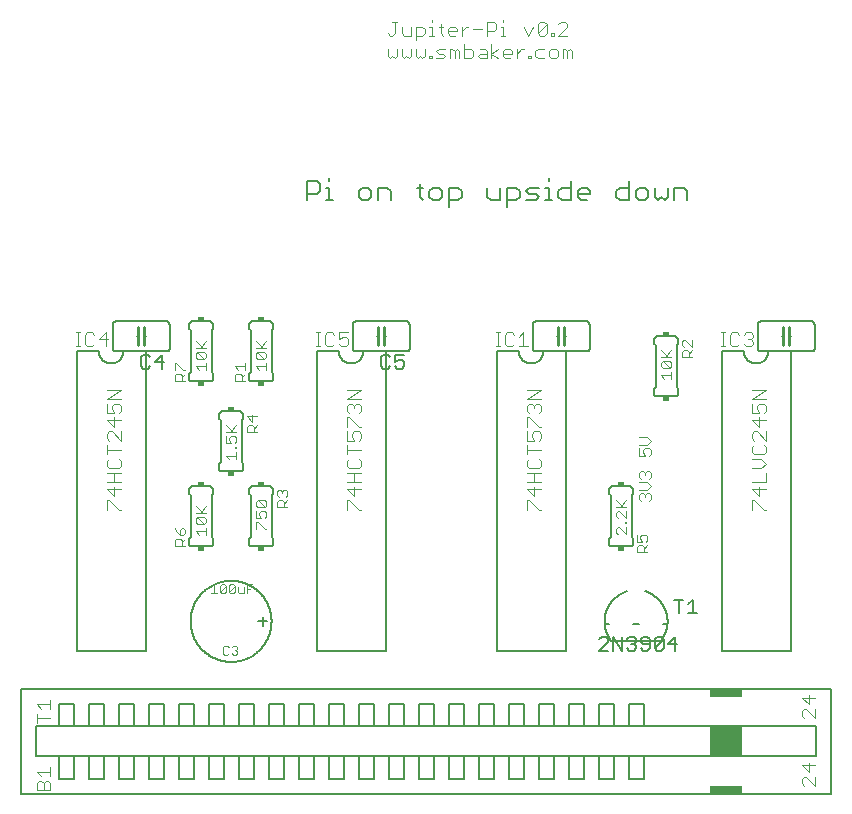
<source format=gto>
G04 EAGLE Gerber RS-274X export*
G75*
%MOMM*%
%FSLAX34Y34*%
%LPD*%
%INSilkscreen Top*%
%IPPOS*%
%AMOC8*
5,1,8,0,0,1.08239X$1,22.5*%
G01*
%ADD10C,0.101600*%
%ADD11C,0.152400*%
%ADD12C,0.076200*%
%ADD13C,0.127000*%
%ADD14C,0.254000*%
%ADD15R,0.508000X0.381000*%

G36*
X609665Y37477D02*
X609665Y37477D01*
X609731Y37479D01*
X609774Y37497D01*
X609821Y37505D01*
X609878Y37539D01*
X609938Y37564D01*
X609973Y37595D01*
X610014Y37620D01*
X610056Y37671D01*
X610104Y37715D01*
X610126Y37757D01*
X610155Y37794D01*
X610176Y37856D01*
X610207Y37915D01*
X610215Y37969D01*
X610227Y38006D01*
X610226Y38046D01*
X610234Y38100D01*
X610234Y63500D01*
X610223Y63565D01*
X610221Y63631D01*
X610203Y63674D01*
X610195Y63721D01*
X610161Y63778D01*
X610136Y63838D01*
X610105Y63873D01*
X610080Y63914D01*
X610029Y63956D01*
X609985Y64004D01*
X609943Y64026D01*
X609906Y64055D01*
X609844Y64076D01*
X609785Y64107D01*
X609731Y64115D01*
X609694Y64127D01*
X609654Y64126D01*
X609600Y64134D01*
X584200Y64134D01*
X584135Y64123D01*
X584069Y64121D01*
X584026Y64103D01*
X583979Y64095D01*
X583922Y64061D01*
X583862Y64036D01*
X583827Y64005D01*
X583786Y63980D01*
X583745Y63929D01*
X583696Y63885D01*
X583674Y63843D01*
X583645Y63806D01*
X583624Y63744D01*
X583593Y63685D01*
X583585Y63631D01*
X583573Y63594D01*
X583574Y63566D01*
X583573Y63564D01*
X583573Y63549D01*
X583566Y63500D01*
X583566Y38100D01*
X583577Y38035D01*
X583579Y37969D01*
X583597Y37926D01*
X583605Y37879D01*
X583639Y37822D01*
X583664Y37762D01*
X583695Y37727D01*
X583720Y37686D01*
X583771Y37645D01*
X583815Y37596D01*
X583857Y37574D01*
X583894Y37545D01*
X583956Y37524D01*
X584015Y37493D01*
X584069Y37485D01*
X584106Y37473D01*
X584146Y37474D01*
X584200Y37466D01*
X609600Y37466D01*
X609665Y37477D01*
G37*
G36*
X609665Y5727D02*
X609665Y5727D01*
X609731Y5729D01*
X609774Y5747D01*
X609821Y5755D01*
X609878Y5789D01*
X609938Y5814D01*
X609973Y5845D01*
X610014Y5870D01*
X610056Y5921D01*
X610104Y5965D01*
X610126Y6007D01*
X610155Y6044D01*
X610176Y6106D01*
X610207Y6165D01*
X610215Y6219D01*
X610227Y6256D01*
X610226Y6296D01*
X610234Y6350D01*
X610234Y12700D01*
X610223Y12765D01*
X610221Y12831D01*
X610203Y12874D01*
X610195Y12921D01*
X610161Y12978D01*
X610136Y13038D01*
X610105Y13073D01*
X610080Y13114D01*
X610029Y13156D01*
X609985Y13204D01*
X609943Y13226D01*
X609906Y13255D01*
X609844Y13276D01*
X609785Y13307D01*
X609731Y13315D01*
X609694Y13327D01*
X609654Y13326D01*
X609600Y13334D01*
X584200Y13334D01*
X584135Y13323D01*
X584069Y13321D01*
X584026Y13303D01*
X583979Y13295D01*
X583922Y13261D01*
X583862Y13236D01*
X583827Y13205D01*
X583786Y13180D01*
X583745Y13129D01*
X583696Y13085D01*
X583674Y13043D01*
X583645Y13006D01*
X583624Y12944D01*
X583593Y12885D01*
X583585Y12831D01*
X583573Y12794D01*
X583573Y12787D01*
X583573Y12786D01*
X583574Y12753D01*
X583566Y12700D01*
X583566Y6350D01*
X583577Y6285D01*
X583579Y6219D01*
X583597Y6176D01*
X583605Y6129D01*
X583639Y6072D01*
X583664Y6012D01*
X583695Y5977D01*
X583720Y5936D01*
X583771Y5895D01*
X583815Y5846D01*
X583857Y5824D01*
X583894Y5795D01*
X583956Y5774D01*
X584015Y5743D01*
X584069Y5735D01*
X584106Y5723D01*
X584146Y5724D01*
X584200Y5716D01*
X609600Y5716D01*
X609665Y5727D01*
G37*
G36*
X609665Y88277D02*
X609665Y88277D01*
X609731Y88279D01*
X609774Y88297D01*
X609821Y88305D01*
X609878Y88339D01*
X609938Y88364D01*
X609973Y88395D01*
X610014Y88420D01*
X610056Y88471D01*
X610104Y88515D01*
X610126Y88557D01*
X610155Y88594D01*
X610176Y88656D01*
X610207Y88715D01*
X610215Y88769D01*
X610227Y88806D01*
X610226Y88846D01*
X610234Y88900D01*
X610234Y94615D01*
X610223Y94680D01*
X610221Y94746D01*
X610203Y94789D01*
X610195Y94836D01*
X610161Y94893D01*
X610136Y94953D01*
X610105Y94988D01*
X610080Y95029D01*
X610029Y95071D01*
X609985Y95119D01*
X609943Y95141D01*
X609906Y95170D01*
X609844Y95191D01*
X609785Y95222D01*
X609731Y95230D01*
X609694Y95242D01*
X609654Y95241D01*
X609600Y95249D01*
X584200Y95249D01*
X584135Y95238D01*
X584069Y95236D01*
X584026Y95218D01*
X583979Y95210D01*
X583922Y95176D01*
X583862Y95151D01*
X583827Y95120D01*
X583786Y95095D01*
X583745Y95044D01*
X583696Y95000D01*
X583674Y94958D01*
X583645Y94921D01*
X583624Y94859D01*
X583593Y94800D01*
X583585Y94746D01*
X583573Y94709D01*
X583573Y94703D01*
X583573Y94702D01*
X583574Y94668D01*
X583566Y94615D01*
X583566Y88900D01*
X583577Y88835D01*
X583579Y88769D01*
X583597Y88726D01*
X583605Y88679D01*
X583639Y88622D01*
X583664Y88562D01*
X583695Y88527D01*
X583720Y88486D01*
X583771Y88445D01*
X583815Y88396D01*
X583857Y88374D01*
X583894Y88345D01*
X583956Y88324D01*
X584015Y88293D01*
X584069Y88285D01*
X584106Y88273D01*
X584146Y88274D01*
X584200Y88266D01*
X609600Y88266D01*
X609665Y88277D01*
G37*
D10*
X310590Y650157D02*
X312539Y648208D01*
X314488Y648208D01*
X316437Y650157D01*
X316437Y659902D01*
X314488Y659902D02*
X318386Y659902D01*
X322284Y656004D02*
X322284Y650157D01*
X324233Y648208D01*
X330080Y648208D01*
X330080Y656004D01*
X333978Y656004D02*
X333978Y644310D01*
X333978Y656004D02*
X339825Y656004D01*
X341774Y654055D01*
X341774Y650157D01*
X339825Y648208D01*
X333978Y648208D01*
X345672Y656004D02*
X347621Y656004D01*
X347621Y648208D01*
X345672Y648208D02*
X349570Y648208D01*
X347621Y659902D02*
X347621Y661851D01*
X355417Y657953D02*
X355417Y650157D01*
X357366Y648208D01*
X357366Y656004D02*
X353468Y656004D01*
X363213Y648208D02*
X367111Y648208D01*
X363213Y648208D02*
X361264Y650157D01*
X361264Y654055D01*
X363213Y656004D01*
X367111Y656004D01*
X369060Y654055D01*
X369060Y652106D01*
X361264Y652106D01*
X372958Y648208D02*
X372958Y656004D01*
X372958Y652106D02*
X376856Y656004D01*
X378805Y656004D01*
X382703Y654055D02*
X390499Y654055D01*
X394397Y648208D02*
X394397Y659902D01*
X400244Y659902D01*
X402193Y657953D01*
X402193Y654055D01*
X400244Y652106D01*
X394397Y652106D01*
X406091Y656004D02*
X408040Y656004D01*
X408040Y648208D01*
X406091Y648208D02*
X409989Y648208D01*
X408040Y659902D02*
X408040Y661851D01*
X425581Y656004D02*
X429479Y648208D01*
X433377Y656004D01*
X437275Y657953D02*
X437275Y650157D01*
X437275Y657953D02*
X439224Y659902D01*
X443122Y659902D01*
X445071Y657953D01*
X445071Y650157D01*
X443122Y648208D01*
X439224Y648208D01*
X437275Y650157D01*
X445071Y657953D01*
X448969Y650157D02*
X448969Y648208D01*
X448969Y650157D02*
X450918Y650157D01*
X450918Y648208D01*
X448969Y648208D01*
X454816Y648208D02*
X462612Y648208D01*
X454816Y648208D02*
X462612Y656004D01*
X462612Y657953D01*
X460663Y659902D01*
X456765Y659902D01*
X454816Y657953D01*
X310590Y636954D02*
X310590Y631107D01*
X312539Y629158D01*
X314488Y631107D01*
X316437Y629158D01*
X318386Y631107D01*
X318386Y636954D01*
X322284Y636954D02*
X322284Y631107D01*
X324233Y629158D01*
X326182Y631107D01*
X328131Y629158D01*
X330080Y631107D01*
X330080Y636954D01*
X333978Y636954D02*
X333978Y631107D01*
X335927Y629158D01*
X337876Y631107D01*
X339825Y629158D01*
X341774Y631107D01*
X341774Y636954D01*
X345672Y631107D02*
X345672Y629158D01*
X345672Y631107D02*
X347621Y631107D01*
X347621Y629158D01*
X345672Y629158D01*
X351519Y629158D02*
X357366Y629158D01*
X359315Y631107D01*
X357366Y633056D01*
X353468Y633056D01*
X351519Y635005D01*
X353468Y636954D01*
X359315Y636954D01*
X363213Y636954D02*
X363213Y629158D01*
X363213Y636954D02*
X365162Y636954D01*
X367111Y635005D01*
X367111Y629158D01*
X367111Y635005D02*
X369060Y636954D01*
X371009Y635005D01*
X371009Y629158D01*
X374907Y629158D02*
X374907Y640852D01*
X374907Y629158D02*
X380754Y629158D01*
X382703Y631107D01*
X382703Y635005D01*
X380754Y636954D01*
X374907Y636954D01*
X388550Y636954D02*
X392448Y636954D01*
X394397Y635005D01*
X394397Y629158D01*
X388550Y629158D01*
X386601Y631107D01*
X388550Y633056D01*
X394397Y633056D01*
X398295Y629158D02*
X398295Y640852D01*
X398295Y633056D02*
X404142Y629158D01*
X398295Y633056D02*
X404142Y636954D01*
X409989Y629158D02*
X413887Y629158D01*
X409989Y629158D02*
X408040Y631107D01*
X408040Y635005D01*
X409989Y636954D01*
X413887Y636954D01*
X415836Y635005D01*
X415836Y633056D01*
X408040Y633056D01*
X419734Y629158D02*
X419734Y636954D01*
X419734Y633056D02*
X423632Y636954D01*
X425581Y636954D01*
X429479Y631107D02*
X429479Y629158D01*
X429479Y631107D02*
X431428Y631107D01*
X431428Y629158D01*
X429479Y629158D01*
X437275Y636954D02*
X443122Y636954D01*
X437275Y636954D02*
X435326Y635005D01*
X435326Y631107D01*
X437275Y629158D01*
X443122Y629158D01*
X448969Y629158D02*
X452867Y629158D01*
X454816Y631107D01*
X454816Y635005D01*
X452867Y636954D01*
X448969Y636954D01*
X447020Y635005D01*
X447020Y631107D01*
X448969Y629158D01*
X458714Y629158D02*
X458714Y636954D01*
X460663Y636954D01*
X462612Y635005D01*
X462612Y629158D01*
X462612Y635005D02*
X464561Y636954D01*
X466510Y635005D01*
X466510Y629158D01*
D11*
X242062Y525032D02*
X242062Y508762D01*
X242062Y525032D02*
X250197Y525032D01*
X252909Y522320D01*
X252909Y516897D01*
X250197Y514185D01*
X242062Y514185D01*
X258434Y519609D02*
X261145Y519609D01*
X261145Y508762D01*
X258434Y508762D02*
X263857Y508762D01*
X261145Y525032D02*
X261145Y527744D01*
X288431Y508762D02*
X293854Y508762D01*
X296566Y511474D01*
X296566Y516897D01*
X293854Y519609D01*
X288431Y519609D01*
X285720Y516897D01*
X285720Y511474D01*
X288431Y508762D01*
X302091Y508762D02*
X302091Y519609D01*
X310226Y519609D01*
X312938Y516897D01*
X312938Y508762D01*
X337546Y511474D02*
X337546Y522320D01*
X337546Y511474D02*
X340257Y508762D01*
X340257Y519609D02*
X334834Y519609D01*
X348460Y508762D02*
X353884Y508762D01*
X356595Y511474D01*
X356595Y516897D01*
X353884Y519609D01*
X348460Y519609D01*
X345749Y516897D01*
X345749Y511474D01*
X348460Y508762D01*
X362120Y503339D02*
X362120Y519609D01*
X370255Y519609D01*
X372967Y516897D01*
X372967Y511474D01*
X370255Y508762D01*
X362120Y508762D01*
X394863Y511474D02*
X394863Y519609D01*
X394863Y511474D02*
X397575Y508762D01*
X405710Y508762D01*
X405710Y519609D01*
X411235Y519609D02*
X411235Y503339D01*
X411235Y519609D02*
X419370Y519609D01*
X422081Y516897D01*
X422081Y511474D01*
X419370Y508762D01*
X411235Y508762D01*
X427606Y508762D02*
X435741Y508762D01*
X438453Y511474D01*
X435741Y514185D01*
X430318Y514185D01*
X427606Y516897D01*
X430318Y519609D01*
X438453Y519609D01*
X443978Y519609D02*
X446690Y519609D01*
X446690Y508762D01*
X449401Y508762D02*
X443978Y508762D01*
X446690Y525032D02*
X446690Y527744D01*
X465739Y525032D02*
X465739Y508762D01*
X457604Y508762D01*
X454892Y511474D01*
X454892Y516897D01*
X457604Y519609D01*
X465739Y519609D01*
X473976Y508762D02*
X479399Y508762D01*
X473976Y508762D02*
X471264Y511474D01*
X471264Y516897D01*
X473976Y519609D01*
X479399Y519609D01*
X482110Y516897D01*
X482110Y514185D01*
X471264Y514185D01*
X514854Y508762D02*
X514854Y525032D01*
X514854Y508762D02*
X506719Y508762D01*
X504007Y511474D01*
X504007Y516897D01*
X506719Y519609D01*
X514854Y519609D01*
X523090Y508762D02*
X528514Y508762D01*
X531225Y511474D01*
X531225Y516897D01*
X528514Y519609D01*
X523090Y519609D01*
X520379Y516897D01*
X520379Y511474D01*
X523090Y508762D01*
X536750Y511474D02*
X536750Y519609D01*
X536750Y511474D02*
X539462Y508762D01*
X542173Y511474D01*
X544885Y508762D01*
X547597Y511474D01*
X547597Y519609D01*
X553122Y519609D02*
X553122Y508762D01*
X553122Y519609D02*
X561257Y519609D01*
X563968Y516897D01*
X563968Y508762D01*
D12*
X523613Y298752D02*
X523613Y292481D01*
X528316Y292481D01*
X526748Y295616D01*
X526748Y297184D01*
X528316Y298752D01*
X531451Y298752D01*
X533019Y297184D01*
X533019Y294049D01*
X531451Y292481D01*
X529884Y301836D02*
X523613Y301836D01*
X529884Y301836D02*
X533019Y304972D01*
X529884Y308107D01*
X523613Y308107D01*
X523613Y255949D02*
X525181Y254381D01*
X523613Y255949D02*
X523613Y259084D01*
X525181Y260652D01*
X526748Y260652D01*
X528316Y259084D01*
X528316Y257516D01*
X528316Y259084D02*
X529884Y260652D01*
X531451Y260652D01*
X533019Y259084D01*
X533019Y255949D01*
X531451Y254381D01*
X529884Y263736D02*
X523613Y263736D01*
X529884Y263736D02*
X533019Y266872D01*
X529884Y270007D01*
X523613Y270007D01*
X525181Y273091D02*
X523613Y274659D01*
X523613Y277794D01*
X525181Y279362D01*
X526748Y279362D01*
X528316Y277794D01*
X528316Y276227D01*
X528316Y277794D02*
X529884Y279362D01*
X531451Y279362D01*
X533019Y277794D01*
X533019Y274659D01*
X531451Y273091D01*
D13*
X527050Y38100D02*
X673100Y38100D01*
X527050Y38100D02*
X514350Y38100D01*
X501650Y38100D01*
X488950Y38100D01*
X476250Y38100D01*
X463550Y38100D01*
X450850Y38100D01*
X438150Y38100D01*
X425450Y38100D01*
X412750Y38100D01*
X400050Y38100D01*
X387350Y38100D01*
X374650Y38100D01*
X361950Y38100D01*
X349250Y38100D01*
X336550Y38100D01*
X323850Y38100D01*
X311150Y38100D01*
X298450Y38100D01*
X285750Y38100D01*
X273050Y38100D01*
X260350Y38100D01*
X247650Y38100D01*
X234950Y38100D01*
X222250Y38100D01*
X209550Y38100D01*
X196850Y38100D01*
X184150Y38100D01*
X171450Y38100D01*
X158750Y38100D01*
X146050Y38100D01*
X133350Y38100D01*
X120650Y38100D01*
X107950Y38100D01*
X95250Y38100D01*
X82550Y38100D01*
X69850Y38100D01*
X57150Y38100D01*
X44450Y38100D01*
X31750Y38100D01*
X12700Y38100D01*
X12700Y63500D01*
X31750Y63500D01*
X44450Y63500D01*
X57150Y63500D01*
X69850Y63500D01*
X82550Y63500D01*
X95250Y63500D01*
X107950Y63500D01*
X120650Y63500D01*
X133350Y63500D01*
X146050Y63500D01*
X158750Y63500D01*
X171450Y63500D01*
X184150Y63500D01*
X196850Y63500D01*
X209550Y63500D01*
X222250Y63500D01*
X234950Y63500D01*
X247650Y63500D01*
X260350Y63500D01*
X273050Y63500D01*
X285750Y63500D01*
X298450Y63500D01*
X311150Y63500D01*
X323850Y63500D01*
X336550Y63500D01*
X349250Y63500D01*
X361950Y63500D01*
X374650Y63500D01*
X387350Y63500D01*
X400050Y63500D01*
X412750Y63500D01*
X425450Y63500D01*
X438150Y63500D01*
X450850Y63500D01*
X463550Y63500D01*
X476250Y63500D01*
X488950Y63500D01*
X501650Y63500D01*
X514350Y63500D01*
X527050Y63500D01*
X673100Y63500D01*
X673100Y38100D01*
X527050Y38100D02*
X527050Y19050D01*
X514350Y19050D01*
X514350Y38100D01*
X501650Y38100D02*
X501650Y19050D01*
X488950Y19050D01*
X488950Y38100D01*
X476250Y38100D02*
X476250Y19050D01*
X463550Y19050D01*
X463550Y38100D01*
X450850Y38100D02*
X450850Y19050D01*
X438150Y19050D01*
X438150Y38100D01*
X425450Y38100D02*
X425450Y19050D01*
X412750Y19050D01*
X412750Y38100D01*
X400050Y38100D02*
X400050Y19050D01*
X387350Y19050D01*
X387350Y38100D01*
X374650Y38100D02*
X374650Y19050D01*
X361950Y19050D01*
X361950Y38100D01*
X527050Y63500D02*
X527050Y82550D01*
X514350Y82550D01*
X514350Y63500D01*
X501650Y63500D02*
X501650Y82550D01*
X488950Y82550D01*
X488950Y63500D01*
X476250Y63500D02*
X476250Y82550D01*
X463550Y82550D01*
X463550Y63500D01*
X450850Y63500D02*
X450850Y82550D01*
X438150Y82550D01*
X438150Y63500D01*
X425450Y63500D02*
X425450Y82550D01*
X412750Y82550D01*
X412750Y63500D01*
X400050Y63500D02*
X400050Y82550D01*
X387350Y82550D01*
X387350Y63500D01*
X374650Y63500D02*
X374650Y82550D01*
X361950Y82550D01*
X361950Y63500D01*
X349250Y63500D02*
X349250Y82550D01*
X336550Y82550D01*
X336550Y63500D01*
X323850Y63500D02*
X323850Y82550D01*
X311150Y82550D01*
X311150Y63500D01*
X298450Y63500D02*
X298450Y82550D01*
X285750Y82550D01*
X285750Y63500D01*
X273050Y63500D02*
X273050Y82550D01*
X260350Y82550D01*
X260350Y63500D01*
X247650Y63500D02*
X247650Y82550D01*
X234950Y82550D01*
X234950Y63500D01*
X222250Y63500D02*
X222250Y82550D01*
X209550Y82550D01*
X209550Y63500D01*
X196850Y63500D02*
X196850Y82550D01*
X184150Y82550D01*
X184150Y63500D01*
X171450Y63500D02*
X171450Y82550D01*
X158750Y82550D01*
X158750Y63500D01*
X146050Y63500D02*
X146050Y82550D01*
X133350Y82550D01*
X133350Y63500D01*
X120650Y63500D02*
X120650Y82550D01*
X107950Y82550D01*
X107950Y63500D01*
X95250Y63500D02*
X95250Y82550D01*
X82550Y82550D01*
X82550Y63500D01*
X69850Y63500D02*
X69850Y82550D01*
X57150Y82550D01*
X57150Y63500D01*
X349250Y38100D02*
X349250Y19050D01*
X336550Y19050D01*
X336550Y38100D01*
X323850Y38100D02*
X323850Y19050D01*
X311150Y19050D01*
X311150Y38100D01*
X298450Y38100D02*
X298450Y19050D01*
X285750Y19050D01*
X285750Y38100D01*
X273050Y38100D02*
X273050Y19050D01*
X260350Y19050D01*
X260350Y38100D01*
X247650Y38100D02*
X247650Y19050D01*
X234950Y19050D01*
X234950Y38100D01*
X222250Y38100D02*
X222250Y19050D01*
X209550Y19050D01*
X209550Y38100D01*
X196850Y38100D02*
X196850Y19050D01*
X184150Y19050D01*
X184150Y38100D01*
X171450Y38100D02*
X171450Y19050D01*
X158750Y19050D01*
X158750Y38100D01*
X146050Y38100D02*
X146050Y19050D01*
X133350Y19050D01*
X133350Y38100D01*
X120650Y38100D02*
X120650Y19050D01*
X107950Y19050D01*
X107950Y38100D01*
X95250Y38100D02*
X95250Y19050D01*
X82550Y19050D01*
X82550Y38100D01*
X69850Y38100D02*
X69850Y19050D01*
X57150Y19050D01*
X57150Y38100D01*
X44450Y38100D02*
X44450Y19050D01*
X31750Y19050D01*
X31750Y38100D01*
X44450Y63500D02*
X44450Y82550D01*
X31750Y82550D01*
X31750Y63500D01*
X0Y95250D02*
X0Y6350D01*
X0Y95250D02*
X685800Y95250D01*
X685800Y6350D01*
X0Y6350D01*
D10*
X13198Y9398D02*
X24892Y9398D01*
X13198Y9398D02*
X13198Y15245D01*
X15147Y17194D01*
X17096Y17194D01*
X19045Y15245D01*
X20994Y17194D01*
X22943Y17194D01*
X24892Y15245D01*
X24892Y9398D01*
X19045Y9398D02*
X19045Y15245D01*
X17096Y21092D02*
X13198Y24990D01*
X24892Y24990D01*
X24892Y21092D02*
X24892Y28888D01*
X24892Y70446D02*
X13198Y70446D01*
X13198Y66548D02*
X13198Y74344D01*
X17096Y78242D02*
X13198Y82140D01*
X24892Y82140D01*
X24892Y78242D02*
X24892Y86038D01*
X672592Y21004D02*
X672592Y13208D01*
X664796Y21004D01*
X662847Y21004D01*
X660898Y19055D01*
X660898Y15157D01*
X662847Y13208D01*
X660898Y30749D02*
X672592Y30749D01*
X666745Y24902D02*
X660898Y30749D01*
X666745Y32698D02*
X666745Y24902D01*
X672592Y70358D02*
X672592Y78154D01*
X672592Y70358D02*
X664796Y78154D01*
X662847Y78154D01*
X660898Y76205D01*
X660898Y72307D01*
X662847Y70358D01*
X660898Y87899D02*
X672592Y87899D01*
X666745Y82052D02*
X660898Y87899D01*
X666745Y89848D02*
X666745Y82052D01*
D11*
X669290Y381000D02*
X626110Y381000D01*
X626110Y406400D02*
X669290Y406400D01*
X623570Y403860D02*
X623570Y383540D01*
X671830Y383540D02*
X671830Y403860D01*
X626110Y381000D02*
X626010Y381002D01*
X625911Y381008D01*
X625811Y381018D01*
X625713Y381031D01*
X625614Y381049D01*
X625517Y381070D01*
X625421Y381095D01*
X625325Y381124D01*
X625231Y381157D01*
X625138Y381193D01*
X625047Y381233D01*
X624957Y381277D01*
X624869Y381324D01*
X624783Y381374D01*
X624699Y381428D01*
X624617Y381485D01*
X624538Y381545D01*
X624460Y381609D01*
X624386Y381675D01*
X624314Y381744D01*
X624245Y381816D01*
X624179Y381890D01*
X624115Y381968D01*
X624055Y382047D01*
X623998Y382129D01*
X623944Y382213D01*
X623894Y382299D01*
X623847Y382387D01*
X623803Y382477D01*
X623763Y382568D01*
X623727Y382661D01*
X623694Y382755D01*
X623665Y382851D01*
X623640Y382947D01*
X623619Y383044D01*
X623601Y383143D01*
X623588Y383241D01*
X623578Y383341D01*
X623572Y383440D01*
X623570Y383540D01*
X669290Y381000D02*
X669390Y381002D01*
X669489Y381008D01*
X669589Y381018D01*
X669687Y381031D01*
X669786Y381049D01*
X669883Y381070D01*
X669979Y381095D01*
X670075Y381124D01*
X670169Y381157D01*
X670262Y381193D01*
X670353Y381233D01*
X670443Y381277D01*
X670531Y381324D01*
X670617Y381374D01*
X670701Y381428D01*
X670783Y381485D01*
X670862Y381545D01*
X670940Y381609D01*
X671014Y381675D01*
X671086Y381744D01*
X671155Y381816D01*
X671221Y381890D01*
X671285Y381968D01*
X671345Y382047D01*
X671402Y382129D01*
X671456Y382213D01*
X671506Y382299D01*
X671553Y382387D01*
X671597Y382477D01*
X671637Y382568D01*
X671673Y382661D01*
X671706Y382755D01*
X671735Y382851D01*
X671760Y382947D01*
X671781Y383044D01*
X671799Y383143D01*
X671812Y383241D01*
X671822Y383341D01*
X671828Y383440D01*
X671830Y383540D01*
X626110Y406400D02*
X626010Y406398D01*
X625911Y406392D01*
X625811Y406382D01*
X625713Y406369D01*
X625614Y406351D01*
X625517Y406330D01*
X625421Y406305D01*
X625325Y406276D01*
X625231Y406243D01*
X625138Y406207D01*
X625047Y406167D01*
X624957Y406123D01*
X624869Y406076D01*
X624783Y406026D01*
X624699Y405972D01*
X624617Y405915D01*
X624538Y405855D01*
X624460Y405791D01*
X624386Y405725D01*
X624314Y405656D01*
X624245Y405584D01*
X624179Y405510D01*
X624115Y405432D01*
X624055Y405353D01*
X623998Y405271D01*
X623944Y405187D01*
X623894Y405101D01*
X623847Y405013D01*
X623803Y404923D01*
X623763Y404832D01*
X623727Y404739D01*
X623694Y404645D01*
X623665Y404549D01*
X623640Y404453D01*
X623619Y404356D01*
X623601Y404257D01*
X623588Y404159D01*
X623578Y404059D01*
X623572Y403960D01*
X623570Y403860D01*
X669290Y406400D02*
X669390Y406398D01*
X669489Y406392D01*
X669589Y406382D01*
X669687Y406369D01*
X669786Y406351D01*
X669883Y406330D01*
X669979Y406305D01*
X670075Y406276D01*
X670169Y406243D01*
X670262Y406207D01*
X670353Y406167D01*
X670443Y406123D01*
X670531Y406076D01*
X670617Y406026D01*
X670701Y405972D01*
X670783Y405915D01*
X670862Y405855D01*
X670940Y405791D01*
X671014Y405725D01*
X671086Y405656D01*
X671155Y405584D01*
X671221Y405510D01*
X671285Y405432D01*
X671345Y405353D01*
X671402Y405271D01*
X671456Y405187D01*
X671506Y405101D01*
X671553Y405013D01*
X671597Y404923D01*
X671637Y404832D01*
X671673Y404739D01*
X671706Y404645D01*
X671735Y404549D01*
X671760Y404453D01*
X671781Y404356D01*
X671799Y404257D01*
X671812Y404159D01*
X671822Y404059D01*
X671828Y403960D01*
X671830Y403860D01*
X645160Y393700D02*
X643890Y393700D01*
D14*
X645160Y393700D02*
X645160Y386080D01*
X645160Y393700D02*
X645160Y401320D01*
X650240Y393700D02*
X650240Y386080D01*
X650240Y393700D02*
X650240Y401320D01*
D11*
X650240Y393700D02*
X651510Y393700D01*
X208280Y152400D02*
X200660Y152400D01*
X204470Y156210D02*
X204470Y148590D01*
X143510Y152400D02*
X143520Y153242D01*
X143551Y154083D01*
X143603Y154923D01*
X143675Y155761D01*
X143768Y156597D01*
X143881Y157431D01*
X144015Y158262D01*
X144169Y159090D01*
X144343Y159913D01*
X144538Y160732D01*
X144752Y161546D01*
X144987Y162354D01*
X145241Y163156D01*
X145514Y163952D01*
X145808Y164741D01*
X146120Y165522D01*
X146452Y166296D01*
X146802Y167061D01*
X147171Y167817D01*
X147559Y168564D01*
X147965Y169301D01*
X148388Y170029D01*
X148830Y170745D01*
X149289Y171451D01*
X149765Y172144D01*
X150258Y172827D01*
X150768Y173496D01*
X151293Y174153D01*
X151835Y174797D01*
X152393Y175428D01*
X152966Y176044D01*
X153553Y176647D01*
X154156Y177234D01*
X154772Y177807D01*
X155403Y178365D01*
X156047Y178907D01*
X156704Y179432D01*
X157373Y179942D01*
X158056Y180435D01*
X158749Y180911D01*
X159455Y181370D01*
X160171Y181812D01*
X160899Y182235D01*
X161636Y182641D01*
X162383Y183029D01*
X163139Y183398D01*
X163904Y183748D01*
X164678Y184080D01*
X165459Y184392D01*
X166248Y184686D01*
X167044Y184959D01*
X167846Y185213D01*
X168654Y185448D01*
X169468Y185662D01*
X170287Y185857D01*
X171110Y186031D01*
X171938Y186185D01*
X172769Y186319D01*
X173603Y186432D01*
X174439Y186525D01*
X175277Y186597D01*
X176117Y186649D01*
X176958Y186680D01*
X177800Y186690D01*
X178642Y186680D01*
X179483Y186649D01*
X180323Y186597D01*
X181161Y186525D01*
X181997Y186432D01*
X182831Y186319D01*
X183662Y186185D01*
X184490Y186031D01*
X185313Y185857D01*
X186132Y185662D01*
X186946Y185448D01*
X187754Y185213D01*
X188556Y184959D01*
X189352Y184686D01*
X190141Y184392D01*
X190922Y184080D01*
X191696Y183748D01*
X192461Y183398D01*
X193217Y183029D01*
X193964Y182641D01*
X194701Y182235D01*
X195429Y181812D01*
X196145Y181370D01*
X196851Y180911D01*
X197544Y180435D01*
X198227Y179942D01*
X198896Y179432D01*
X199553Y178907D01*
X200197Y178365D01*
X200828Y177807D01*
X201444Y177234D01*
X202047Y176647D01*
X202634Y176044D01*
X203207Y175428D01*
X203765Y174797D01*
X204307Y174153D01*
X204832Y173496D01*
X205342Y172827D01*
X205835Y172144D01*
X206311Y171451D01*
X206770Y170745D01*
X207212Y170029D01*
X207635Y169301D01*
X208041Y168564D01*
X208429Y167817D01*
X208798Y167061D01*
X209148Y166296D01*
X209480Y165522D01*
X209792Y164741D01*
X210086Y163952D01*
X210359Y163156D01*
X210613Y162354D01*
X210848Y161546D01*
X211062Y160732D01*
X211257Y159913D01*
X211431Y159090D01*
X211585Y158262D01*
X211719Y157431D01*
X211832Y156597D01*
X211925Y155761D01*
X211997Y154923D01*
X212049Y154083D01*
X212080Y153242D01*
X212090Y152400D01*
X212080Y151558D01*
X212049Y150717D01*
X211997Y149877D01*
X211925Y149039D01*
X211832Y148203D01*
X211719Y147369D01*
X211585Y146538D01*
X211431Y145710D01*
X211257Y144887D01*
X211062Y144068D01*
X210848Y143254D01*
X210613Y142446D01*
X210359Y141644D01*
X210086Y140848D01*
X209792Y140059D01*
X209480Y139278D01*
X209148Y138504D01*
X208798Y137739D01*
X208429Y136983D01*
X208041Y136236D01*
X207635Y135499D01*
X207212Y134771D01*
X206770Y134055D01*
X206311Y133349D01*
X205835Y132656D01*
X205342Y131973D01*
X204832Y131304D01*
X204307Y130647D01*
X203765Y130003D01*
X203207Y129372D01*
X202634Y128756D01*
X202047Y128153D01*
X201444Y127566D01*
X200828Y126993D01*
X200197Y126435D01*
X199553Y125893D01*
X198896Y125368D01*
X198227Y124858D01*
X197544Y124365D01*
X196851Y123889D01*
X196145Y123430D01*
X195429Y122988D01*
X194701Y122565D01*
X193964Y122159D01*
X193217Y121771D01*
X192461Y121402D01*
X191696Y121052D01*
X190922Y120720D01*
X190141Y120408D01*
X189352Y120114D01*
X188556Y119841D01*
X187754Y119587D01*
X186946Y119352D01*
X186132Y119138D01*
X185313Y118943D01*
X184490Y118769D01*
X183662Y118615D01*
X182831Y118481D01*
X181997Y118368D01*
X181161Y118275D01*
X180323Y118203D01*
X179483Y118151D01*
X178642Y118120D01*
X177800Y118110D01*
X176958Y118120D01*
X176117Y118151D01*
X175277Y118203D01*
X174439Y118275D01*
X173603Y118368D01*
X172769Y118481D01*
X171938Y118615D01*
X171110Y118769D01*
X170287Y118943D01*
X169468Y119138D01*
X168654Y119352D01*
X167846Y119587D01*
X167044Y119841D01*
X166248Y120114D01*
X165459Y120408D01*
X164678Y120720D01*
X163904Y121052D01*
X163139Y121402D01*
X162383Y121771D01*
X161636Y122159D01*
X160899Y122565D01*
X160171Y122988D01*
X159455Y123430D01*
X158749Y123889D01*
X158056Y124365D01*
X157373Y124858D01*
X156704Y125368D01*
X156047Y125893D01*
X155403Y126435D01*
X154772Y126993D01*
X154156Y127566D01*
X153553Y128153D01*
X152966Y128756D01*
X152393Y129372D01*
X151835Y130003D01*
X151293Y130647D01*
X150768Y131304D01*
X150258Y131973D01*
X149765Y132656D01*
X149289Y133349D01*
X148830Y134055D01*
X148388Y134771D01*
X147965Y135499D01*
X147559Y136236D01*
X147171Y136983D01*
X146802Y137739D01*
X146452Y138504D01*
X146120Y139278D01*
X145808Y140059D01*
X145514Y140848D01*
X145241Y141644D01*
X144987Y142446D01*
X144752Y143254D01*
X144538Y144068D01*
X144343Y144887D01*
X144169Y145710D01*
X144015Y146538D01*
X143881Y147369D01*
X143768Y148203D01*
X143675Y149039D01*
X143603Y149877D01*
X143551Y150717D01*
X143520Y151558D01*
X143510Y152400D01*
D12*
X174519Y131705D02*
X175748Y130477D01*
X174519Y131705D02*
X172061Y131705D01*
X170833Y130477D01*
X170833Y125562D01*
X172061Y124333D01*
X174519Y124333D01*
X175748Y125562D01*
X178317Y130477D02*
X179546Y131705D01*
X182003Y131705D01*
X183232Y130477D01*
X183232Y129248D01*
X182003Y128019D01*
X180774Y128019D01*
X182003Y128019D02*
X183232Y126790D01*
X183232Y125562D01*
X182003Y124333D01*
X179546Y124333D01*
X178317Y125562D01*
X161080Y181318D02*
X163538Y183775D01*
X163538Y176403D01*
X165995Y176403D02*
X161080Y176403D01*
X168564Y177632D02*
X168564Y182547D01*
X169793Y183775D01*
X172251Y183775D01*
X173479Y182547D01*
X173479Y177632D01*
X172251Y176403D01*
X169793Y176403D01*
X168564Y177632D01*
X173479Y182547D01*
X176049Y182547D02*
X176049Y177632D01*
X176049Y182547D02*
X177277Y183775D01*
X179735Y183775D01*
X180963Y182547D01*
X180963Y177632D01*
X179735Y176403D01*
X177277Y176403D01*
X176049Y177632D01*
X180963Y182547D01*
X183533Y181318D02*
X183533Y177632D01*
X184761Y176403D01*
X188448Y176403D01*
X188448Y181318D01*
X191017Y183775D02*
X191017Y176403D01*
X191017Y183775D02*
X195932Y183775D01*
X193474Y180089D02*
X191017Y180089D01*
D11*
X651510Y127000D02*
X651510Y381000D01*
X593090Y381000D02*
X593090Y127000D01*
X651510Y127000D01*
X651510Y381000D02*
X632460Y381000D01*
X612140Y381000D02*
X593090Y381000D01*
X612140Y381000D02*
X612143Y380753D01*
X612152Y380505D01*
X612167Y380258D01*
X612188Y380012D01*
X612215Y379766D01*
X612248Y379521D01*
X612287Y379276D01*
X612332Y379033D01*
X612383Y378791D01*
X612440Y378550D01*
X612502Y378311D01*
X612571Y378073D01*
X612645Y377837D01*
X612725Y377603D01*
X612810Y377371D01*
X612902Y377141D01*
X612998Y376913D01*
X613101Y376688D01*
X613208Y376465D01*
X613322Y376245D01*
X613440Y376028D01*
X613564Y375813D01*
X613693Y375602D01*
X613827Y375394D01*
X613966Y375189D01*
X614110Y374988D01*
X614258Y374790D01*
X614412Y374596D01*
X614570Y374406D01*
X614733Y374220D01*
X614900Y374038D01*
X615072Y373860D01*
X615248Y373686D01*
X615428Y373516D01*
X615613Y373351D01*
X615801Y373191D01*
X615993Y373035D01*
X616189Y372883D01*
X616388Y372737D01*
X616591Y372595D01*
X616798Y372459D01*
X617007Y372327D01*
X617220Y372201D01*
X617436Y372080D01*
X617654Y371964D01*
X617876Y371854D01*
X618100Y371749D01*
X618326Y371649D01*
X618555Y371555D01*
X618786Y371467D01*
X619020Y371384D01*
X619255Y371307D01*
X619492Y371236D01*
X619730Y371170D01*
X619970Y371111D01*
X620212Y371057D01*
X620455Y371009D01*
X620698Y370967D01*
X620943Y370931D01*
X621189Y370901D01*
X621435Y370877D01*
X621682Y370859D01*
X621929Y370847D01*
X622176Y370841D01*
X622424Y370841D01*
X622671Y370847D01*
X622918Y370859D01*
X623165Y370877D01*
X623411Y370901D01*
X623657Y370931D01*
X623902Y370967D01*
X624145Y371009D01*
X624388Y371057D01*
X624630Y371111D01*
X624870Y371170D01*
X625108Y371236D01*
X625345Y371307D01*
X625580Y371384D01*
X625814Y371467D01*
X626045Y371555D01*
X626274Y371649D01*
X626500Y371749D01*
X626724Y371854D01*
X626946Y371964D01*
X627164Y372080D01*
X627380Y372201D01*
X627593Y372327D01*
X627802Y372459D01*
X628009Y372595D01*
X628212Y372737D01*
X628411Y372883D01*
X628607Y373035D01*
X628799Y373191D01*
X628987Y373351D01*
X629172Y373516D01*
X629352Y373686D01*
X629528Y373860D01*
X629700Y374038D01*
X629867Y374220D01*
X630030Y374406D01*
X630188Y374596D01*
X630342Y374790D01*
X630490Y374988D01*
X630634Y375189D01*
X630773Y375394D01*
X630907Y375602D01*
X631036Y375813D01*
X631160Y376028D01*
X631278Y376245D01*
X631392Y376465D01*
X631499Y376688D01*
X631602Y376913D01*
X631698Y377141D01*
X631790Y377371D01*
X631875Y377603D01*
X631955Y377837D01*
X632029Y378073D01*
X632098Y378311D01*
X632160Y378550D01*
X632217Y378791D01*
X632268Y379033D01*
X632313Y379276D01*
X632352Y379521D01*
X632385Y379766D01*
X632412Y380012D01*
X632433Y380258D01*
X632448Y380505D01*
X632457Y380753D01*
X632460Y381000D01*
D10*
X596226Y385318D02*
X592328Y385318D01*
X594277Y385318D02*
X594277Y397012D01*
X592328Y397012D02*
X596226Y397012D01*
X605971Y397012D02*
X607920Y395063D01*
X605971Y397012D02*
X602073Y397012D01*
X600124Y395063D01*
X600124Y387267D01*
X602073Y385318D01*
X605971Y385318D01*
X607920Y387267D01*
X611818Y395063D02*
X613767Y397012D01*
X617665Y397012D01*
X619614Y395063D01*
X619614Y393114D01*
X617665Y391165D01*
X615716Y391165D01*
X617665Y391165D02*
X619614Y389216D01*
X619614Y387267D01*
X617665Y385318D01*
X613767Y385318D01*
X611818Y387267D01*
X618988Y254848D02*
X618988Y247052D01*
X618988Y254848D02*
X620937Y254848D01*
X628733Y247052D01*
X630682Y247052D01*
X630682Y264593D02*
X618988Y264593D01*
X624835Y258746D01*
X624835Y266542D01*
X618988Y270440D02*
X630682Y270440D01*
X630682Y278236D01*
X626784Y282134D02*
X618988Y282134D01*
X626784Y282134D02*
X630682Y286032D01*
X626784Y289930D01*
X618988Y289930D01*
X618988Y299675D02*
X620937Y301624D01*
X618988Y299675D02*
X618988Y295777D01*
X620937Y293828D01*
X628733Y293828D01*
X630682Y295777D01*
X630682Y299675D01*
X628733Y301624D01*
X630682Y305522D02*
X630682Y313318D01*
X630682Y305522D02*
X622886Y313318D01*
X620937Y313318D01*
X618988Y311369D01*
X618988Y307471D01*
X620937Y305522D01*
X618988Y323063D02*
X630682Y323063D01*
X624835Y317216D02*
X618988Y323063D01*
X624835Y325012D02*
X624835Y317216D01*
X618988Y328910D02*
X618988Y336706D01*
X618988Y328910D02*
X624835Y328910D01*
X622886Y332808D01*
X622886Y334757D01*
X624835Y336706D01*
X628733Y336706D01*
X630682Y334757D01*
X630682Y330859D01*
X628733Y328910D01*
X630682Y340604D02*
X618988Y340604D01*
X630682Y348400D01*
X618988Y348400D01*
D11*
X105410Y381000D02*
X105410Y127000D01*
X46990Y127000D02*
X46990Y381000D01*
X46990Y127000D02*
X105410Y127000D01*
X105410Y381000D02*
X86360Y381000D01*
X66040Y381000D02*
X46990Y381000D01*
X66040Y381000D02*
X66043Y380753D01*
X66052Y380505D01*
X66067Y380258D01*
X66088Y380012D01*
X66115Y379766D01*
X66148Y379521D01*
X66187Y379276D01*
X66232Y379033D01*
X66283Y378791D01*
X66340Y378550D01*
X66402Y378311D01*
X66471Y378073D01*
X66545Y377837D01*
X66625Y377603D01*
X66710Y377371D01*
X66802Y377141D01*
X66898Y376913D01*
X67001Y376688D01*
X67108Y376465D01*
X67222Y376245D01*
X67340Y376028D01*
X67464Y375813D01*
X67593Y375602D01*
X67727Y375394D01*
X67866Y375189D01*
X68010Y374988D01*
X68158Y374790D01*
X68312Y374596D01*
X68470Y374406D01*
X68633Y374220D01*
X68800Y374038D01*
X68972Y373860D01*
X69148Y373686D01*
X69328Y373516D01*
X69513Y373351D01*
X69701Y373191D01*
X69893Y373035D01*
X70089Y372883D01*
X70288Y372737D01*
X70491Y372595D01*
X70698Y372459D01*
X70907Y372327D01*
X71120Y372201D01*
X71336Y372080D01*
X71554Y371964D01*
X71776Y371854D01*
X72000Y371749D01*
X72226Y371649D01*
X72455Y371555D01*
X72686Y371467D01*
X72920Y371384D01*
X73155Y371307D01*
X73392Y371236D01*
X73630Y371170D01*
X73870Y371111D01*
X74112Y371057D01*
X74355Y371009D01*
X74598Y370967D01*
X74843Y370931D01*
X75089Y370901D01*
X75335Y370877D01*
X75582Y370859D01*
X75829Y370847D01*
X76076Y370841D01*
X76324Y370841D01*
X76571Y370847D01*
X76818Y370859D01*
X77065Y370877D01*
X77311Y370901D01*
X77557Y370931D01*
X77802Y370967D01*
X78045Y371009D01*
X78288Y371057D01*
X78530Y371111D01*
X78770Y371170D01*
X79008Y371236D01*
X79245Y371307D01*
X79480Y371384D01*
X79714Y371467D01*
X79945Y371555D01*
X80174Y371649D01*
X80400Y371749D01*
X80624Y371854D01*
X80846Y371964D01*
X81064Y372080D01*
X81280Y372201D01*
X81493Y372327D01*
X81702Y372459D01*
X81909Y372595D01*
X82112Y372737D01*
X82311Y372883D01*
X82507Y373035D01*
X82699Y373191D01*
X82887Y373351D01*
X83072Y373516D01*
X83252Y373686D01*
X83428Y373860D01*
X83600Y374038D01*
X83767Y374220D01*
X83930Y374406D01*
X84088Y374596D01*
X84242Y374790D01*
X84390Y374988D01*
X84534Y375189D01*
X84673Y375394D01*
X84807Y375602D01*
X84936Y375813D01*
X85060Y376028D01*
X85178Y376245D01*
X85292Y376465D01*
X85399Y376688D01*
X85502Y376913D01*
X85598Y377141D01*
X85690Y377371D01*
X85775Y377603D01*
X85855Y377837D01*
X85929Y378073D01*
X85998Y378311D01*
X86060Y378550D01*
X86117Y378791D01*
X86168Y379033D01*
X86213Y379276D01*
X86252Y379521D01*
X86285Y379766D01*
X86312Y380012D01*
X86333Y380258D01*
X86348Y380505D01*
X86357Y380753D01*
X86360Y381000D01*
D10*
X50126Y385318D02*
X46228Y385318D01*
X48177Y385318D02*
X48177Y397012D01*
X46228Y397012D02*
X50126Y397012D01*
X59871Y397012D02*
X61820Y395063D01*
X59871Y397012D02*
X55973Y397012D01*
X54024Y395063D01*
X54024Y387267D01*
X55973Y385318D01*
X59871Y385318D01*
X61820Y387267D01*
X71565Y385318D02*
X71565Y397012D01*
X65718Y391165D01*
X73514Y391165D01*
X72888Y254848D02*
X72888Y247052D01*
X72888Y254848D02*
X74837Y254848D01*
X82633Y247052D01*
X84582Y247052D01*
X84582Y264593D02*
X72888Y264593D01*
X78735Y258746D01*
X78735Y266542D01*
X84582Y270440D02*
X72888Y270440D01*
X78735Y270440D02*
X78735Y278236D01*
X72888Y278236D02*
X84582Y278236D01*
X74837Y289930D02*
X72888Y287981D01*
X72888Y284083D01*
X74837Y282134D01*
X82633Y282134D01*
X84582Y284083D01*
X84582Y287981D01*
X82633Y289930D01*
X84582Y297726D02*
X72888Y297726D01*
X72888Y293828D02*
X72888Y301624D01*
X84582Y305522D02*
X84582Y313318D01*
X84582Y305522D02*
X76786Y313318D01*
X74837Y313318D01*
X72888Y311369D01*
X72888Y307471D01*
X74837Y305522D01*
X72888Y323063D02*
X84582Y323063D01*
X78735Y317216D02*
X72888Y323063D01*
X78735Y325012D02*
X78735Y317216D01*
X72888Y328910D02*
X72888Y336706D01*
X72888Y328910D02*
X78735Y328910D01*
X76786Y332808D01*
X76786Y334757D01*
X78735Y336706D01*
X82633Y336706D01*
X84582Y334757D01*
X84582Y330859D01*
X82633Y328910D01*
X84582Y340604D02*
X72888Y340604D01*
X84582Y348400D01*
X72888Y348400D01*
D11*
X193040Y358140D02*
X193042Y358040D01*
X193048Y357941D01*
X193058Y357841D01*
X193071Y357743D01*
X193089Y357644D01*
X193110Y357547D01*
X193135Y357451D01*
X193164Y357355D01*
X193197Y357261D01*
X193233Y357168D01*
X193273Y357077D01*
X193317Y356987D01*
X193364Y356899D01*
X193414Y356813D01*
X193468Y356729D01*
X193525Y356647D01*
X193585Y356568D01*
X193649Y356490D01*
X193715Y356416D01*
X193784Y356344D01*
X193856Y356275D01*
X193930Y356209D01*
X194008Y356145D01*
X194087Y356085D01*
X194169Y356028D01*
X194253Y355974D01*
X194339Y355924D01*
X194427Y355877D01*
X194517Y355833D01*
X194608Y355793D01*
X194701Y355757D01*
X194795Y355724D01*
X194891Y355695D01*
X194987Y355670D01*
X195084Y355649D01*
X195183Y355631D01*
X195281Y355618D01*
X195381Y355608D01*
X195480Y355602D01*
X195580Y355600D01*
X210820Y355600D02*
X210920Y355602D01*
X211019Y355608D01*
X211119Y355618D01*
X211217Y355631D01*
X211316Y355649D01*
X211413Y355670D01*
X211509Y355695D01*
X211605Y355724D01*
X211699Y355757D01*
X211792Y355793D01*
X211883Y355833D01*
X211973Y355877D01*
X212061Y355924D01*
X212147Y355974D01*
X212231Y356028D01*
X212313Y356085D01*
X212392Y356145D01*
X212470Y356209D01*
X212544Y356275D01*
X212616Y356344D01*
X212685Y356416D01*
X212751Y356490D01*
X212815Y356568D01*
X212875Y356647D01*
X212932Y356729D01*
X212986Y356813D01*
X213036Y356899D01*
X213083Y356987D01*
X213127Y357077D01*
X213167Y357168D01*
X213203Y357261D01*
X213236Y357355D01*
X213265Y357451D01*
X213290Y357547D01*
X213311Y357644D01*
X213329Y357743D01*
X213342Y357841D01*
X213352Y357941D01*
X213358Y358040D01*
X213360Y358140D01*
X213360Y403860D02*
X213358Y403960D01*
X213352Y404059D01*
X213342Y404159D01*
X213329Y404257D01*
X213311Y404356D01*
X213290Y404453D01*
X213265Y404549D01*
X213236Y404645D01*
X213203Y404739D01*
X213167Y404832D01*
X213127Y404923D01*
X213083Y405013D01*
X213036Y405101D01*
X212986Y405187D01*
X212932Y405271D01*
X212875Y405353D01*
X212815Y405432D01*
X212751Y405510D01*
X212685Y405584D01*
X212616Y405656D01*
X212544Y405725D01*
X212470Y405791D01*
X212392Y405855D01*
X212313Y405915D01*
X212231Y405972D01*
X212147Y406026D01*
X212061Y406076D01*
X211973Y406123D01*
X211883Y406167D01*
X211792Y406207D01*
X211699Y406243D01*
X211605Y406276D01*
X211509Y406305D01*
X211413Y406330D01*
X211316Y406351D01*
X211217Y406369D01*
X211119Y406382D01*
X211019Y406392D01*
X210920Y406398D01*
X210820Y406400D01*
X195580Y406400D02*
X195480Y406398D01*
X195381Y406392D01*
X195281Y406382D01*
X195183Y406369D01*
X195084Y406351D01*
X194987Y406330D01*
X194891Y406305D01*
X194795Y406276D01*
X194701Y406243D01*
X194608Y406207D01*
X194517Y406167D01*
X194427Y406123D01*
X194339Y406076D01*
X194253Y406026D01*
X194169Y405972D01*
X194087Y405915D01*
X194008Y405855D01*
X193930Y405791D01*
X193856Y405725D01*
X193784Y405656D01*
X193715Y405584D01*
X193649Y405510D01*
X193585Y405432D01*
X193525Y405353D01*
X193468Y405271D01*
X193414Y405187D01*
X193364Y405101D01*
X193317Y405013D01*
X193273Y404923D01*
X193233Y404832D01*
X193197Y404739D01*
X193164Y404645D01*
X193135Y404549D01*
X193110Y404453D01*
X193089Y404356D01*
X193071Y404257D01*
X193058Y404159D01*
X193048Y404059D01*
X193042Y403960D01*
X193040Y403860D01*
X195580Y355600D02*
X210820Y355600D01*
X193040Y358140D02*
X193040Y361950D01*
X194310Y363220D01*
X213360Y361950D02*
X213360Y358140D01*
X213360Y361950D02*
X212090Y363220D01*
X194310Y398780D02*
X193040Y400050D01*
X194310Y398780D02*
X194310Y363220D01*
X212090Y398780D02*
X213360Y400050D01*
X212090Y398780D02*
X212090Y363220D01*
X193040Y400050D02*
X193040Y403860D01*
X213360Y403860D02*
X213360Y400050D01*
X210820Y406400D02*
X195580Y406400D01*
D15*
X203200Y408305D03*
X203200Y353695D03*
D10*
X189738Y356108D02*
X180840Y356108D01*
X180840Y360557D01*
X182323Y362040D01*
X185289Y362040D01*
X186772Y360557D01*
X186772Y356108D01*
X186772Y359074D02*
X189738Y362040D01*
X183806Y365229D02*
X180840Y368195D01*
X189738Y368195D01*
X189738Y365229D02*
X189738Y371161D01*
X198620Y368218D02*
X201586Y365252D01*
X198620Y368218D02*
X207518Y368218D01*
X207518Y365252D02*
X207518Y371184D01*
X206035Y374373D02*
X200103Y374373D01*
X198620Y375856D01*
X198620Y378822D01*
X200103Y380305D01*
X206035Y380305D01*
X207518Y378822D01*
X207518Y375856D01*
X206035Y374373D01*
X200103Y380305D01*
X198620Y383495D02*
X207518Y383495D01*
X204552Y383495D02*
X198620Y389426D01*
X203069Y384978D02*
X207518Y389426D01*
D11*
X553720Y393700D02*
X553820Y393698D01*
X553919Y393692D01*
X554019Y393682D01*
X554117Y393669D01*
X554216Y393651D01*
X554313Y393630D01*
X554409Y393605D01*
X554505Y393576D01*
X554599Y393543D01*
X554692Y393507D01*
X554783Y393467D01*
X554873Y393423D01*
X554961Y393376D01*
X555047Y393326D01*
X555131Y393272D01*
X555213Y393215D01*
X555292Y393155D01*
X555370Y393091D01*
X555444Y393025D01*
X555516Y392956D01*
X555585Y392884D01*
X555651Y392810D01*
X555715Y392732D01*
X555775Y392653D01*
X555832Y392571D01*
X555886Y392487D01*
X555936Y392401D01*
X555983Y392313D01*
X556027Y392223D01*
X556067Y392132D01*
X556103Y392039D01*
X556136Y391945D01*
X556165Y391849D01*
X556190Y391753D01*
X556211Y391656D01*
X556229Y391557D01*
X556242Y391459D01*
X556252Y391359D01*
X556258Y391260D01*
X556260Y391160D01*
X538480Y393700D02*
X538380Y393698D01*
X538281Y393692D01*
X538181Y393682D01*
X538083Y393669D01*
X537984Y393651D01*
X537887Y393630D01*
X537791Y393605D01*
X537695Y393576D01*
X537601Y393543D01*
X537508Y393507D01*
X537417Y393467D01*
X537327Y393423D01*
X537239Y393376D01*
X537153Y393326D01*
X537069Y393272D01*
X536987Y393215D01*
X536908Y393155D01*
X536830Y393091D01*
X536756Y393025D01*
X536684Y392956D01*
X536615Y392884D01*
X536549Y392810D01*
X536485Y392732D01*
X536425Y392653D01*
X536368Y392571D01*
X536314Y392487D01*
X536264Y392401D01*
X536217Y392313D01*
X536173Y392223D01*
X536133Y392132D01*
X536097Y392039D01*
X536064Y391945D01*
X536035Y391849D01*
X536010Y391753D01*
X535989Y391656D01*
X535971Y391557D01*
X535958Y391459D01*
X535948Y391359D01*
X535942Y391260D01*
X535940Y391160D01*
X535940Y345440D02*
X535942Y345340D01*
X535948Y345241D01*
X535958Y345141D01*
X535971Y345043D01*
X535989Y344944D01*
X536010Y344847D01*
X536035Y344751D01*
X536064Y344655D01*
X536097Y344561D01*
X536133Y344468D01*
X536173Y344377D01*
X536217Y344287D01*
X536264Y344199D01*
X536314Y344113D01*
X536368Y344029D01*
X536425Y343947D01*
X536485Y343868D01*
X536549Y343790D01*
X536615Y343716D01*
X536684Y343644D01*
X536756Y343575D01*
X536830Y343509D01*
X536908Y343445D01*
X536987Y343385D01*
X537069Y343328D01*
X537153Y343274D01*
X537239Y343224D01*
X537327Y343177D01*
X537417Y343133D01*
X537508Y343093D01*
X537601Y343057D01*
X537695Y343024D01*
X537791Y342995D01*
X537887Y342970D01*
X537984Y342949D01*
X538083Y342931D01*
X538181Y342918D01*
X538281Y342908D01*
X538380Y342902D01*
X538480Y342900D01*
X553720Y342900D02*
X553820Y342902D01*
X553919Y342908D01*
X554019Y342918D01*
X554117Y342931D01*
X554216Y342949D01*
X554313Y342970D01*
X554409Y342995D01*
X554505Y343024D01*
X554599Y343057D01*
X554692Y343093D01*
X554783Y343133D01*
X554873Y343177D01*
X554961Y343224D01*
X555047Y343274D01*
X555131Y343328D01*
X555213Y343385D01*
X555292Y343445D01*
X555370Y343509D01*
X555444Y343575D01*
X555516Y343644D01*
X555585Y343716D01*
X555651Y343790D01*
X555715Y343868D01*
X555775Y343947D01*
X555832Y344029D01*
X555886Y344113D01*
X555936Y344199D01*
X555983Y344287D01*
X556027Y344377D01*
X556067Y344468D01*
X556103Y344561D01*
X556136Y344655D01*
X556165Y344751D01*
X556190Y344847D01*
X556211Y344944D01*
X556229Y345043D01*
X556242Y345141D01*
X556252Y345241D01*
X556258Y345340D01*
X556260Y345440D01*
X553720Y393700D02*
X538480Y393700D01*
X556260Y391160D02*
X556260Y387350D01*
X554990Y386080D01*
X535940Y387350D02*
X535940Y391160D01*
X535940Y387350D02*
X537210Y386080D01*
X554990Y350520D02*
X556260Y349250D01*
X554990Y350520D02*
X554990Y386080D01*
X537210Y350520D02*
X535940Y349250D01*
X537210Y350520D02*
X537210Y386080D01*
X556260Y349250D02*
X556260Y345440D01*
X535940Y345440D02*
X535940Y349250D01*
X538480Y342900D02*
X553720Y342900D01*
D15*
X546100Y340995D03*
X546100Y395605D03*
D10*
X559554Y375965D02*
X568452Y375965D01*
X559554Y375965D02*
X559554Y380414D01*
X561037Y381897D01*
X564003Y381897D01*
X565486Y380414D01*
X565486Y375965D01*
X565486Y378931D02*
X568452Y381897D01*
X568452Y385087D02*
X568452Y391018D01*
X568452Y385087D02*
X562520Y391018D01*
X561037Y391018D01*
X559554Y389535D01*
X559554Y386570D01*
X561037Y385087D01*
X541774Y360666D02*
X544740Y357700D01*
X541774Y360666D02*
X550672Y360666D01*
X550672Y357700D02*
X550672Y363632D01*
X549189Y366821D02*
X543257Y366821D01*
X541774Y368304D01*
X541774Y371270D01*
X543257Y372753D01*
X549189Y372753D01*
X550672Y371270D01*
X550672Y368304D01*
X549189Y366821D01*
X543257Y372753D01*
X541774Y375943D02*
X550672Y375943D01*
X547706Y375943D02*
X541774Y381874D01*
X546223Y377426D02*
X550672Y381874D01*
D11*
X123190Y381000D02*
X80010Y381000D01*
X80010Y406400D02*
X123190Y406400D01*
X77470Y403860D02*
X77470Y383540D01*
X125730Y383540D02*
X125730Y403860D01*
X80010Y381000D02*
X79910Y381002D01*
X79811Y381008D01*
X79711Y381018D01*
X79613Y381031D01*
X79514Y381049D01*
X79417Y381070D01*
X79321Y381095D01*
X79225Y381124D01*
X79131Y381157D01*
X79038Y381193D01*
X78947Y381233D01*
X78857Y381277D01*
X78769Y381324D01*
X78683Y381374D01*
X78599Y381428D01*
X78517Y381485D01*
X78438Y381545D01*
X78360Y381609D01*
X78286Y381675D01*
X78214Y381744D01*
X78145Y381816D01*
X78079Y381890D01*
X78015Y381968D01*
X77955Y382047D01*
X77898Y382129D01*
X77844Y382213D01*
X77794Y382299D01*
X77747Y382387D01*
X77703Y382477D01*
X77663Y382568D01*
X77627Y382661D01*
X77594Y382755D01*
X77565Y382851D01*
X77540Y382947D01*
X77519Y383044D01*
X77501Y383143D01*
X77488Y383241D01*
X77478Y383341D01*
X77472Y383440D01*
X77470Y383540D01*
X123190Y381000D02*
X123290Y381002D01*
X123389Y381008D01*
X123489Y381018D01*
X123587Y381031D01*
X123686Y381049D01*
X123783Y381070D01*
X123879Y381095D01*
X123975Y381124D01*
X124069Y381157D01*
X124162Y381193D01*
X124253Y381233D01*
X124343Y381277D01*
X124431Y381324D01*
X124517Y381374D01*
X124601Y381428D01*
X124683Y381485D01*
X124762Y381545D01*
X124840Y381609D01*
X124914Y381675D01*
X124986Y381744D01*
X125055Y381816D01*
X125121Y381890D01*
X125185Y381968D01*
X125245Y382047D01*
X125302Y382129D01*
X125356Y382213D01*
X125406Y382299D01*
X125453Y382387D01*
X125497Y382477D01*
X125537Y382568D01*
X125573Y382661D01*
X125606Y382755D01*
X125635Y382851D01*
X125660Y382947D01*
X125681Y383044D01*
X125699Y383143D01*
X125712Y383241D01*
X125722Y383341D01*
X125728Y383440D01*
X125730Y383540D01*
X80010Y406400D02*
X79910Y406398D01*
X79811Y406392D01*
X79711Y406382D01*
X79613Y406369D01*
X79514Y406351D01*
X79417Y406330D01*
X79321Y406305D01*
X79225Y406276D01*
X79131Y406243D01*
X79038Y406207D01*
X78947Y406167D01*
X78857Y406123D01*
X78769Y406076D01*
X78683Y406026D01*
X78599Y405972D01*
X78517Y405915D01*
X78438Y405855D01*
X78360Y405791D01*
X78286Y405725D01*
X78214Y405656D01*
X78145Y405584D01*
X78079Y405510D01*
X78015Y405432D01*
X77955Y405353D01*
X77898Y405271D01*
X77844Y405187D01*
X77794Y405101D01*
X77747Y405013D01*
X77703Y404923D01*
X77663Y404832D01*
X77627Y404739D01*
X77594Y404645D01*
X77565Y404549D01*
X77540Y404453D01*
X77519Y404356D01*
X77501Y404257D01*
X77488Y404159D01*
X77478Y404059D01*
X77472Y403960D01*
X77470Y403860D01*
X123190Y406400D02*
X123290Y406398D01*
X123389Y406392D01*
X123489Y406382D01*
X123587Y406369D01*
X123686Y406351D01*
X123783Y406330D01*
X123879Y406305D01*
X123975Y406276D01*
X124069Y406243D01*
X124162Y406207D01*
X124253Y406167D01*
X124343Y406123D01*
X124431Y406076D01*
X124517Y406026D01*
X124601Y405972D01*
X124683Y405915D01*
X124762Y405855D01*
X124840Y405791D01*
X124914Y405725D01*
X124986Y405656D01*
X125055Y405584D01*
X125121Y405510D01*
X125185Y405432D01*
X125245Y405353D01*
X125302Y405271D01*
X125356Y405187D01*
X125406Y405101D01*
X125453Y405013D01*
X125497Y404923D01*
X125537Y404832D01*
X125573Y404739D01*
X125606Y404645D01*
X125635Y404549D01*
X125660Y404453D01*
X125681Y404356D01*
X125699Y404257D01*
X125712Y404159D01*
X125722Y404059D01*
X125728Y403960D01*
X125730Y403860D01*
X99060Y393700D02*
X97790Y393700D01*
D14*
X99060Y393700D02*
X99060Y386080D01*
X99060Y393700D02*
X99060Y401320D01*
X104140Y393700D02*
X104140Y386080D01*
X104140Y393700D02*
X104140Y401320D01*
D11*
X104140Y393700D02*
X105410Y393700D01*
D13*
X107427Y377835D02*
X109334Y375928D01*
X107427Y377835D02*
X103614Y377835D01*
X101707Y375928D01*
X101707Y368302D01*
X103614Y366395D01*
X107427Y366395D01*
X109334Y368302D01*
X119121Y366395D02*
X119121Y377835D01*
X113401Y372115D01*
X121028Y372115D01*
D11*
X283210Y381000D02*
X326390Y381000D01*
X326390Y406400D02*
X283210Y406400D01*
X280670Y403860D02*
X280670Y383540D01*
X328930Y383540D02*
X328930Y403860D01*
X283210Y381000D02*
X283110Y381002D01*
X283011Y381008D01*
X282911Y381018D01*
X282813Y381031D01*
X282714Y381049D01*
X282617Y381070D01*
X282521Y381095D01*
X282425Y381124D01*
X282331Y381157D01*
X282238Y381193D01*
X282147Y381233D01*
X282057Y381277D01*
X281969Y381324D01*
X281883Y381374D01*
X281799Y381428D01*
X281717Y381485D01*
X281638Y381545D01*
X281560Y381609D01*
X281486Y381675D01*
X281414Y381744D01*
X281345Y381816D01*
X281279Y381890D01*
X281215Y381968D01*
X281155Y382047D01*
X281098Y382129D01*
X281044Y382213D01*
X280994Y382299D01*
X280947Y382387D01*
X280903Y382477D01*
X280863Y382568D01*
X280827Y382661D01*
X280794Y382755D01*
X280765Y382851D01*
X280740Y382947D01*
X280719Y383044D01*
X280701Y383143D01*
X280688Y383241D01*
X280678Y383341D01*
X280672Y383440D01*
X280670Y383540D01*
X326390Y381000D02*
X326490Y381002D01*
X326589Y381008D01*
X326689Y381018D01*
X326787Y381031D01*
X326886Y381049D01*
X326983Y381070D01*
X327079Y381095D01*
X327175Y381124D01*
X327269Y381157D01*
X327362Y381193D01*
X327453Y381233D01*
X327543Y381277D01*
X327631Y381324D01*
X327717Y381374D01*
X327801Y381428D01*
X327883Y381485D01*
X327962Y381545D01*
X328040Y381609D01*
X328114Y381675D01*
X328186Y381744D01*
X328255Y381816D01*
X328321Y381890D01*
X328385Y381968D01*
X328445Y382047D01*
X328502Y382129D01*
X328556Y382213D01*
X328606Y382299D01*
X328653Y382387D01*
X328697Y382477D01*
X328737Y382568D01*
X328773Y382661D01*
X328806Y382755D01*
X328835Y382851D01*
X328860Y382947D01*
X328881Y383044D01*
X328899Y383143D01*
X328912Y383241D01*
X328922Y383341D01*
X328928Y383440D01*
X328930Y383540D01*
X283210Y406400D02*
X283110Y406398D01*
X283011Y406392D01*
X282911Y406382D01*
X282813Y406369D01*
X282714Y406351D01*
X282617Y406330D01*
X282521Y406305D01*
X282425Y406276D01*
X282331Y406243D01*
X282238Y406207D01*
X282147Y406167D01*
X282057Y406123D01*
X281969Y406076D01*
X281883Y406026D01*
X281799Y405972D01*
X281717Y405915D01*
X281638Y405855D01*
X281560Y405791D01*
X281486Y405725D01*
X281414Y405656D01*
X281345Y405584D01*
X281279Y405510D01*
X281215Y405432D01*
X281155Y405353D01*
X281098Y405271D01*
X281044Y405187D01*
X280994Y405101D01*
X280947Y405013D01*
X280903Y404923D01*
X280863Y404832D01*
X280827Y404739D01*
X280794Y404645D01*
X280765Y404549D01*
X280740Y404453D01*
X280719Y404356D01*
X280701Y404257D01*
X280688Y404159D01*
X280678Y404059D01*
X280672Y403960D01*
X280670Y403860D01*
X326390Y406400D02*
X326490Y406398D01*
X326589Y406392D01*
X326689Y406382D01*
X326787Y406369D01*
X326886Y406351D01*
X326983Y406330D01*
X327079Y406305D01*
X327175Y406276D01*
X327269Y406243D01*
X327362Y406207D01*
X327453Y406167D01*
X327543Y406123D01*
X327631Y406076D01*
X327717Y406026D01*
X327801Y405972D01*
X327883Y405915D01*
X327962Y405855D01*
X328040Y405791D01*
X328114Y405725D01*
X328186Y405656D01*
X328255Y405584D01*
X328321Y405510D01*
X328385Y405432D01*
X328445Y405353D01*
X328502Y405271D01*
X328556Y405187D01*
X328606Y405101D01*
X328653Y405013D01*
X328697Y404923D01*
X328737Y404832D01*
X328773Y404739D01*
X328806Y404645D01*
X328835Y404549D01*
X328860Y404453D01*
X328881Y404356D01*
X328899Y404257D01*
X328912Y404159D01*
X328922Y404059D01*
X328928Y403960D01*
X328930Y403860D01*
X302260Y393700D02*
X300990Y393700D01*
D14*
X302260Y393700D02*
X302260Y386080D01*
X302260Y393700D02*
X302260Y401320D01*
X307340Y393700D02*
X307340Y386080D01*
X307340Y393700D02*
X307340Y401320D01*
D11*
X307340Y393700D02*
X308610Y393700D01*
D13*
X310627Y377835D02*
X312534Y375928D01*
X310627Y377835D02*
X306814Y377835D01*
X304907Y375928D01*
X304907Y368302D01*
X306814Y366395D01*
X310627Y366395D01*
X312534Y368302D01*
X316601Y377835D02*
X324228Y377835D01*
X316601Y377835D02*
X316601Y372115D01*
X320414Y374022D01*
X322321Y374022D01*
X324228Y372115D01*
X324228Y368302D01*
X322321Y366395D01*
X318508Y366395D01*
X316601Y368302D01*
D11*
X435610Y381000D02*
X478790Y381000D01*
X478790Y406400D02*
X435610Y406400D01*
X433070Y403860D02*
X433070Y383540D01*
X481330Y383540D02*
X481330Y403860D01*
X435610Y381000D02*
X435510Y381002D01*
X435411Y381008D01*
X435311Y381018D01*
X435213Y381031D01*
X435114Y381049D01*
X435017Y381070D01*
X434921Y381095D01*
X434825Y381124D01*
X434731Y381157D01*
X434638Y381193D01*
X434547Y381233D01*
X434457Y381277D01*
X434369Y381324D01*
X434283Y381374D01*
X434199Y381428D01*
X434117Y381485D01*
X434038Y381545D01*
X433960Y381609D01*
X433886Y381675D01*
X433814Y381744D01*
X433745Y381816D01*
X433679Y381890D01*
X433615Y381968D01*
X433555Y382047D01*
X433498Y382129D01*
X433444Y382213D01*
X433394Y382299D01*
X433347Y382387D01*
X433303Y382477D01*
X433263Y382568D01*
X433227Y382661D01*
X433194Y382755D01*
X433165Y382851D01*
X433140Y382947D01*
X433119Y383044D01*
X433101Y383143D01*
X433088Y383241D01*
X433078Y383341D01*
X433072Y383440D01*
X433070Y383540D01*
X478790Y381000D02*
X478890Y381002D01*
X478989Y381008D01*
X479089Y381018D01*
X479187Y381031D01*
X479286Y381049D01*
X479383Y381070D01*
X479479Y381095D01*
X479575Y381124D01*
X479669Y381157D01*
X479762Y381193D01*
X479853Y381233D01*
X479943Y381277D01*
X480031Y381324D01*
X480117Y381374D01*
X480201Y381428D01*
X480283Y381485D01*
X480362Y381545D01*
X480440Y381609D01*
X480514Y381675D01*
X480586Y381744D01*
X480655Y381816D01*
X480721Y381890D01*
X480785Y381968D01*
X480845Y382047D01*
X480902Y382129D01*
X480956Y382213D01*
X481006Y382299D01*
X481053Y382387D01*
X481097Y382477D01*
X481137Y382568D01*
X481173Y382661D01*
X481206Y382755D01*
X481235Y382851D01*
X481260Y382947D01*
X481281Y383044D01*
X481299Y383143D01*
X481312Y383241D01*
X481322Y383341D01*
X481328Y383440D01*
X481330Y383540D01*
X435610Y406400D02*
X435510Y406398D01*
X435411Y406392D01*
X435311Y406382D01*
X435213Y406369D01*
X435114Y406351D01*
X435017Y406330D01*
X434921Y406305D01*
X434825Y406276D01*
X434731Y406243D01*
X434638Y406207D01*
X434547Y406167D01*
X434457Y406123D01*
X434369Y406076D01*
X434283Y406026D01*
X434199Y405972D01*
X434117Y405915D01*
X434038Y405855D01*
X433960Y405791D01*
X433886Y405725D01*
X433814Y405656D01*
X433745Y405584D01*
X433679Y405510D01*
X433615Y405432D01*
X433555Y405353D01*
X433498Y405271D01*
X433444Y405187D01*
X433394Y405101D01*
X433347Y405013D01*
X433303Y404923D01*
X433263Y404832D01*
X433227Y404739D01*
X433194Y404645D01*
X433165Y404549D01*
X433140Y404453D01*
X433119Y404356D01*
X433101Y404257D01*
X433088Y404159D01*
X433078Y404059D01*
X433072Y403960D01*
X433070Y403860D01*
X478790Y406400D02*
X478890Y406398D01*
X478989Y406392D01*
X479089Y406382D01*
X479187Y406369D01*
X479286Y406351D01*
X479383Y406330D01*
X479479Y406305D01*
X479575Y406276D01*
X479669Y406243D01*
X479762Y406207D01*
X479853Y406167D01*
X479943Y406123D01*
X480031Y406076D01*
X480117Y406026D01*
X480201Y405972D01*
X480283Y405915D01*
X480362Y405855D01*
X480440Y405791D01*
X480514Y405725D01*
X480586Y405656D01*
X480655Y405584D01*
X480721Y405510D01*
X480785Y405432D01*
X480845Y405353D01*
X480902Y405271D01*
X480956Y405187D01*
X481006Y405101D01*
X481053Y405013D01*
X481097Y404923D01*
X481137Y404832D01*
X481173Y404739D01*
X481206Y404645D01*
X481235Y404549D01*
X481260Y404453D01*
X481281Y404356D01*
X481299Y404257D01*
X481312Y404159D01*
X481322Y404059D01*
X481328Y403960D01*
X481330Y403860D01*
X454660Y393700D02*
X453390Y393700D01*
D14*
X454660Y393700D02*
X454660Y386080D01*
X454660Y393700D02*
X454660Y401320D01*
X459740Y393700D02*
X459740Y386080D01*
X459740Y393700D02*
X459740Y401320D01*
D11*
X459740Y393700D02*
X461010Y393700D01*
X213360Y264160D02*
X213358Y264260D01*
X213352Y264359D01*
X213342Y264459D01*
X213329Y264557D01*
X213311Y264656D01*
X213290Y264753D01*
X213265Y264849D01*
X213236Y264945D01*
X213203Y265039D01*
X213167Y265132D01*
X213127Y265223D01*
X213083Y265313D01*
X213036Y265401D01*
X212986Y265487D01*
X212932Y265571D01*
X212875Y265653D01*
X212815Y265732D01*
X212751Y265810D01*
X212685Y265884D01*
X212616Y265956D01*
X212544Y266025D01*
X212470Y266091D01*
X212392Y266155D01*
X212313Y266215D01*
X212231Y266272D01*
X212147Y266326D01*
X212061Y266376D01*
X211973Y266423D01*
X211883Y266467D01*
X211792Y266507D01*
X211699Y266543D01*
X211605Y266576D01*
X211509Y266605D01*
X211413Y266630D01*
X211316Y266651D01*
X211217Y266669D01*
X211119Y266682D01*
X211019Y266692D01*
X210920Y266698D01*
X210820Y266700D01*
X195580Y266700D02*
X195480Y266698D01*
X195381Y266692D01*
X195281Y266682D01*
X195183Y266669D01*
X195084Y266651D01*
X194987Y266630D01*
X194891Y266605D01*
X194795Y266576D01*
X194701Y266543D01*
X194608Y266507D01*
X194517Y266467D01*
X194427Y266423D01*
X194339Y266376D01*
X194253Y266326D01*
X194169Y266272D01*
X194087Y266215D01*
X194008Y266155D01*
X193930Y266091D01*
X193856Y266025D01*
X193784Y265956D01*
X193715Y265884D01*
X193649Y265810D01*
X193585Y265732D01*
X193525Y265653D01*
X193468Y265571D01*
X193414Y265487D01*
X193364Y265401D01*
X193317Y265313D01*
X193273Y265223D01*
X193233Y265132D01*
X193197Y265039D01*
X193164Y264945D01*
X193135Y264849D01*
X193110Y264753D01*
X193089Y264656D01*
X193071Y264557D01*
X193058Y264459D01*
X193048Y264359D01*
X193042Y264260D01*
X193040Y264160D01*
X193040Y218440D02*
X193042Y218340D01*
X193048Y218241D01*
X193058Y218141D01*
X193071Y218043D01*
X193089Y217944D01*
X193110Y217847D01*
X193135Y217751D01*
X193164Y217655D01*
X193197Y217561D01*
X193233Y217468D01*
X193273Y217377D01*
X193317Y217287D01*
X193364Y217199D01*
X193414Y217113D01*
X193468Y217029D01*
X193525Y216947D01*
X193585Y216868D01*
X193649Y216790D01*
X193715Y216716D01*
X193784Y216644D01*
X193856Y216575D01*
X193930Y216509D01*
X194008Y216445D01*
X194087Y216385D01*
X194169Y216328D01*
X194253Y216274D01*
X194339Y216224D01*
X194427Y216177D01*
X194517Y216133D01*
X194608Y216093D01*
X194701Y216057D01*
X194795Y216024D01*
X194891Y215995D01*
X194987Y215970D01*
X195084Y215949D01*
X195183Y215931D01*
X195281Y215918D01*
X195381Y215908D01*
X195480Y215902D01*
X195580Y215900D01*
X210820Y215900D02*
X210920Y215902D01*
X211019Y215908D01*
X211119Y215918D01*
X211217Y215931D01*
X211316Y215949D01*
X211413Y215970D01*
X211509Y215995D01*
X211605Y216024D01*
X211699Y216057D01*
X211792Y216093D01*
X211883Y216133D01*
X211973Y216177D01*
X212061Y216224D01*
X212147Y216274D01*
X212231Y216328D01*
X212313Y216385D01*
X212392Y216445D01*
X212470Y216509D01*
X212544Y216575D01*
X212616Y216644D01*
X212685Y216716D01*
X212751Y216790D01*
X212815Y216868D01*
X212875Y216947D01*
X212932Y217029D01*
X212986Y217113D01*
X213036Y217199D01*
X213083Y217287D01*
X213127Y217377D01*
X213167Y217468D01*
X213203Y217561D01*
X213236Y217655D01*
X213265Y217751D01*
X213290Y217847D01*
X213311Y217944D01*
X213329Y218043D01*
X213342Y218141D01*
X213352Y218241D01*
X213358Y218340D01*
X213360Y218440D01*
X210820Y266700D02*
X195580Y266700D01*
X213360Y264160D02*
X213360Y260350D01*
X212090Y259080D01*
X193040Y260350D02*
X193040Y264160D01*
X193040Y260350D02*
X194310Y259080D01*
X212090Y223520D02*
X213360Y222250D01*
X212090Y223520D02*
X212090Y259080D01*
X194310Y223520D02*
X193040Y222250D01*
X194310Y223520D02*
X194310Y259080D01*
X213360Y222250D02*
X213360Y218440D01*
X193040Y218440D02*
X193040Y222250D01*
X195580Y215900D02*
X210820Y215900D01*
D15*
X203200Y213995D03*
X203200Y268605D03*
D10*
X216654Y248965D02*
X225552Y248965D01*
X216654Y248965D02*
X216654Y253414D01*
X218137Y254897D01*
X221103Y254897D01*
X222586Y253414D01*
X222586Y248965D01*
X222586Y251931D02*
X225552Y254897D01*
X218137Y258087D02*
X216654Y259570D01*
X216654Y262535D01*
X218137Y264018D01*
X219620Y264018D01*
X221103Y262535D01*
X221103Y261053D01*
X221103Y262535D02*
X222586Y264018D01*
X224069Y264018D01*
X225552Y262535D01*
X225552Y259570D01*
X224069Y258087D01*
X198874Y236632D02*
X198874Y230700D01*
X198874Y236632D02*
X200357Y236632D01*
X206289Y230700D01*
X207772Y230700D01*
X198874Y239821D02*
X198874Y245753D01*
X198874Y239821D02*
X203323Y239821D01*
X201840Y242787D01*
X201840Y244270D01*
X203323Y245753D01*
X206289Y245753D01*
X207772Y244270D01*
X207772Y241304D01*
X206289Y239821D01*
X206289Y248943D02*
X200357Y248943D01*
X198874Y250426D01*
X198874Y253391D01*
X200357Y254874D01*
X206289Y254874D01*
X207772Y253391D01*
X207772Y250426D01*
X206289Y248943D01*
X200357Y254874D01*
D11*
X187960Y327660D02*
X187958Y327760D01*
X187952Y327859D01*
X187942Y327959D01*
X187929Y328057D01*
X187911Y328156D01*
X187890Y328253D01*
X187865Y328349D01*
X187836Y328445D01*
X187803Y328539D01*
X187767Y328632D01*
X187727Y328723D01*
X187683Y328813D01*
X187636Y328901D01*
X187586Y328987D01*
X187532Y329071D01*
X187475Y329153D01*
X187415Y329232D01*
X187351Y329310D01*
X187285Y329384D01*
X187216Y329456D01*
X187144Y329525D01*
X187070Y329591D01*
X186992Y329655D01*
X186913Y329715D01*
X186831Y329772D01*
X186747Y329826D01*
X186661Y329876D01*
X186573Y329923D01*
X186483Y329967D01*
X186392Y330007D01*
X186299Y330043D01*
X186205Y330076D01*
X186109Y330105D01*
X186013Y330130D01*
X185916Y330151D01*
X185817Y330169D01*
X185719Y330182D01*
X185619Y330192D01*
X185520Y330198D01*
X185420Y330200D01*
X170180Y330200D02*
X170080Y330198D01*
X169981Y330192D01*
X169881Y330182D01*
X169783Y330169D01*
X169684Y330151D01*
X169587Y330130D01*
X169491Y330105D01*
X169395Y330076D01*
X169301Y330043D01*
X169208Y330007D01*
X169117Y329967D01*
X169027Y329923D01*
X168939Y329876D01*
X168853Y329826D01*
X168769Y329772D01*
X168687Y329715D01*
X168608Y329655D01*
X168530Y329591D01*
X168456Y329525D01*
X168384Y329456D01*
X168315Y329384D01*
X168249Y329310D01*
X168185Y329232D01*
X168125Y329153D01*
X168068Y329071D01*
X168014Y328987D01*
X167964Y328901D01*
X167917Y328813D01*
X167873Y328723D01*
X167833Y328632D01*
X167797Y328539D01*
X167764Y328445D01*
X167735Y328349D01*
X167710Y328253D01*
X167689Y328156D01*
X167671Y328057D01*
X167658Y327959D01*
X167648Y327859D01*
X167642Y327760D01*
X167640Y327660D01*
X167640Y281940D02*
X167642Y281840D01*
X167648Y281741D01*
X167658Y281641D01*
X167671Y281543D01*
X167689Y281444D01*
X167710Y281347D01*
X167735Y281251D01*
X167764Y281155D01*
X167797Y281061D01*
X167833Y280968D01*
X167873Y280877D01*
X167917Y280787D01*
X167964Y280699D01*
X168014Y280613D01*
X168068Y280529D01*
X168125Y280447D01*
X168185Y280368D01*
X168249Y280290D01*
X168315Y280216D01*
X168384Y280144D01*
X168456Y280075D01*
X168530Y280009D01*
X168608Y279945D01*
X168687Y279885D01*
X168769Y279828D01*
X168853Y279774D01*
X168939Y279724D01*
X169027Y279677D01*
X169117Y279633D01*
X169208Y279593D01*
X169301Y279557D01*
X169395Y279524D01*
X169491Y279495D01*
X169587Y279470D01*
X169684Y279449D01*
X169783Y279431D01*
X169881Y279418D01*
X169981Y279408D01*
X170080Y279402D01*
X170180Y279400D01*
X185420Y279400D02*
X185520Y279402D01*
X185619Y279408D01*
X185719Y279418D01*
X185817Y279431D01*
X185916Y279449D01*
X186013Y279470D01*
X186109Y279495D01*
X186205Y279524D01*
X186299Y279557D01*
X186392Y279593D01*
X186483Y279633D01*
X186573Y279677D01*
X186661Y279724D01*
X186747Y279774D01*
X186831Y279828D01*
X186913Y279885D01*
X186992Y279945D01*
X187070Y280009D01*
X187144Y280075D01*
X187216Y280144D01*
X187285Y280216D01*
X187351Y280290D01*
X187415Y280368D01*
X187475Y280447D01*
X187532Y280529D01*
X187586Y280613D01*
X187636Y280699D01*
X187683Y280787D01*
X187727Y280877D01*
X187767Y280968D01*
X187803Y281061D01*
X187836Y281155D01*
X187865Y281251D01*
X187890Y281347D01*
X187911Y281444D01*
X187929Y281543D01*
X187942Y281641D01*
X187952Y281741D01*
X187958Y281840D01*
X187960Y281940D01*
X185420Y330200D02*
X170180Y330200D01*
X187960Y327660D02*
X187960Y323850D01*
X186690Y322580D01*
X167640Y323850D02*
X167640Y327660D01*
X167640Y323850D02*
X168910Y322580D01*
X186690Y287020D02*
X187960Y285750D01*
X186690Y287020D02*
X186690Y322580D01*
X168910Y287020D02*
X167640Y285750D01*
X168910Y287020D02*
X168910Y322580D01*
X187960Y285750D02*
X187960Y281940D01*
X167640Y281940D02*
X167640Y285750D01*
X170180Y279400D02*
X185420Y279400D01*
D15*
X177800Y277495D03*
X177800Y332105D03*
D10*
X191254Y312465D02*
X200152Y312465D01*
X191254Y312465D02*
X191254Y316914D01*
X192737Y318397D01*
X195703Y318397D01*
X197186Y316914D01*
X197186Y312465D01*
X197186Y315431D02*
X200152Y318397D01*
X200152Y326035D02*
X191254Y326035D01*
X195703Y321587D01*
X195703Y327518D01*
X173474Y292605D02*
X176440Y289639D01*
X173474Y292605D02*
X182372Y292605D01*
X182372Y289639D02*
X182372Y295571D01*
X182372Y298761D02*
X180889Y298761D01*
X180889Y300244D01*
X182372Y300244D01*
X182372Y298761D01*
X173474Y303321D02*
X173474Y309253D01*
X173474Y303321D02*
X177923Y303321D01*
X176440Y306287D01*
X176440Y307770D01*
X177923Y309253D01*
X180889Y309253D01*
X182372Y307770D01*
X182372Y304804D01*
X180889Y303321D01*
X182372Y312443D02*
X173474Y312443D01*
X173474Y318374D02*
X179406Y312443D01*
X177923Y313926D02*
X182372Y318374D01*
D13*
X494151Y149861D02*
X494219Y149228D01*
X494302Y148598D01*
X494401Y147970D01*
X494514Y147344D01*
X494642Y146722D01*
X494784Y146102D01*
X494942Y145486D01*
X495114Y144874D01*
X495301Y144266D01*
X495502Y143663D01*
X495717Y143065D01*
X495947Y142472D01*
X496190Y141885D01*
X496448Y141304D01*
X496719Y140729D01*
X497004Y140160D01*
X497303Y139599D01*
X497615Y139045D01*
X497940Y138498D01*
X498277Y137960D01*
X498628Y137430D01*
X498991Y136908D01*
X499367Y136395D01*
X499754Y135891D01*
X494151Y149860D02*
X494097Y150509D01*
X494059Y151158D01*
X494037Y151809D01*
X494030Y152460D01*
X494039Y153111D01*
X494065Y153761D01*
X494106Y154411D01*
X494163Y155059D01*
X494236Y155706D01*
X494324Y156351D01*
X494429Y156994D01*
X494549Y157634D01*
X494684Y158270D01*
X494835Y158904D01*
X495002Y159533D01*
X495183Y160158D01*
X495380Y160779D01*
X495592Y161394D01*
X495819Y162004D01*
X496061Y162609D01*
X496318Y163207D01*
X496589Y163799D01*
X496874Y164384D01*
X497174Y164962D01*
X497487Y165532D01*
X497815Y166095D01*
X498156Y166649D01*
X498510Y167195D01*
X498878Y167732D01*
X499259Y168261D01*
X499652Y168779D01*
X500058Y169288D01*
X500476Y169787D01*
X500907Y170275D01*
X501349Y170753D01*
X501803Y171220D01*
X502268Y171675D01*
X502744Y172119D01*
X503230Y172552D01*
X503727Y172972D01*
X504234Y173380D01*
X504751Y173776D01*
X505278Y174159D01*
X505814Y174529D01*
X506358Y174886D01*
X506911Y175229D01*
X507472Y175559D01*
X508042Y175875D01*
X508618Y176177D01*
X509202Y176464D01*
X509793Y176738D01*
X510390Y176997D01*
X510994Y177241D01*
X511603Y177471D01*
X512217Y177685D01*
X512837Y177885D01*
X528563Y177885D02*
X529178Y177686D01*
X529789Y177474D01*
X530394Y177246D01*
X530993Y177004D01*
X531586Y176747D01*
X532173Y176476D01*
X532753Y176191D01*
X533326Y175892D01*
X533892Y175579D01*
X534450Y175252D01*
X535000Y174912D01*
X535541Y174559D01*
X536074Y174193D01*
X536597Y173814D01*
X537112Y173422D01*
X537616Y173019D01*
X538111Y172602D01*
X538596Y172175D01*
X539070Y171735D01*
X539533Y171284D01*
X539985Y170822D01*
X540426Y170349D01*
X540855Y169866D01*
X541272Y169372D01*
X541678Y168869D01*
X542071Y168356D01*
X542451Y167833D01*
X542819Y167301D01*
X543173Y166761D01*
X543515Y166212D01*
X543843Y165655D01*
X544157Y165090D01*
X544458Y164518D01*
X544745Y163939D01*
X545017Y163352D01*
X545276Y162760D01*
X545519Y162161D01*
X545749Y161557D01*
X545963Y160947D01*
X546163Y160332D01*
X546348Y159713D01*
X546518Y159089D01*
X546672Y158461D01*
X546811Y157830D01*
X546935Y157196D01*
X547044Y156558D01*
X547137Y155919D01*
X547214Y155277D01*
X547276Y154634D01*
X547323Y153989D01*
X547353Y153343D01*
X547368Y152697D01*
X547368Y152051D01*
X547351Y151404D01*
X547319Y150759D01*
X547272Y150114D01*
X547209Y149471D01*
X547130Y148829D01*
X547036Y148190D01*
X546926Y147553D01*
X546801Y146918D01*
X546660Y146287D01*
X546504Y145660D01*
X546333Y145037D01*
X546147Y144418D01*
X545946Y143803D01*
X545731Y143194D01*
X545500Y142590D01*
X545255Y141992D01*
X544996Y141400D01*
X544722Y140814D01*
X544434Y140235D01*
X544132Y139664D01*
X543817Y139099D01*
X543488Y138543D01*
X543145Y137995D01*
X542789Y137455D01*
X542421Y136924D01*
X542039Y136402D01*
X541645Y135890D01*
X499755Y135890D01*
X498163Y149860D02*
X494151Y149860D01*
X517837Y149860D02*
X523563Y149860D01*
X543237Y149860D02*
X547249Y149860D01*
X556898Y159385D02*
X556898Y170825D01*
X553085Y170825D02*
X560712Y170825D01*
X564779Y167012D02*
X568592Y170825D01*
X568592Y159385D01*
X564779Y159385D02*
X572405Y159385D01*
X497212Y127635D02*
X489585Y127635D01*
X497212Y135262D01*
X497212Y137168D01*
X495305Y139075D01*
X491492Y139075D01*
X489585Y137168D01*
X501279Y139075D02*
X501279Y127635D01*
X508905Y127635D02*
X501279Y139075D01*
X508905Y139075D02*
X508905Y127635D01*
X512973Y137168D02*
X514880Y139075D01*
X518693Y139075D01*
X520599Y137168D01*
X520599Y135262D01*
X518693Y133355D01*
X516786Y133355D01*
X518693Y133355D02*
X520599Y131448D01*
X520599Y129542D01*
X518693Y127635D01*
X514880Y127635D01*
X512973Y129542D01*
X524667Y129542D02*
X526574Y127635D01*
X530387Y127635D01*
X532293Y129542D01*
X532293Y137168D01*
X530387Y139075D01*
X526574Y139075D01*
X524667Y137168D01*
X524667Y135262D01*
X526574Y133355D01*
X532293Y133355D01*
X536361Y129542D02*
X536361Y137168D01*
X538268Y139075D01*
X542081Y139075D01*
X543987Y137168D01*
X543987Y129542D01*
X542081Y127635D01*
X538268Y127635D01*
X536361Y129542D01*
X543987Y137168D01*
X553775Y139075D02*
X553775Y127635D01*
X548055Y133355D02*
X553775Y139075D01*
X555681Y133355D02*
X548055Y133355D01*
D11*
X518160Y264160D02*
X518158Y264260D01*
X518152Y264359D01*
X518142Y264459D01*
X518129Y264557D01*
X518111Y264656D01*
X518090Y264753D01*
X518065Y264849D01*
X518036Y264945D01*
X518003Y265039D01*
X517967Y265132D01*
X517927Y265223D01*
X517883Y265313D01*
X517836Y265401D01*
X517786Y265487D01*
X517732Y265571D01*
X517675Y265653D01*
X517615Y265732D01*
X517551Y265810D01*
X517485Y265884D01*
X517416Y265956D01*
X517344Y266025D01*
X517270Y266091D01*
X517192Y266155D01*
X517113Y266215D01*
X517031Y266272D01*
X516947Y266326D01*
X516861Y266376D01*
X516773Y266423D01*
X516683Y266467D01*
X516592Y266507D01*
X516499Y266543D01*
X516405Y266576D01*
X516309Y266605D01*
X516213Y266630D01*
X516116Y266651D01*
X516017Y266669D01*
X515919Y266682D01*
X515819Y266692D01*
X515720Y266698D01*
X515620Y266700D01*
X500380Y266700D02*
X500280Y266698D01*
X500181Y266692D01*
X500081Y266682D01*
X499983Y266669D01*
X499884Y266651D01*
X499787Y266630D01*
X499691Y266605D01*
X499595Y266576D01*
X499501Y266543D01*
X499408Y266507D01*
X499317Y266467D01*
X499227Y266423D01*
X499139Y266376D01*
X499053Y266326D01*
X498969Y266272D01*
X498887Y266215D01*
X498808Y266155D01*
X498730Y266091D01*
X498656Y266025D01*
X498584Y265956D01*
X498515Y265884D01*
X498449Y265810D01*
X498385Y265732D01*
X498325Y265653D01*
X498268Y265571D01*
X498214Y265487D01*
X498164Y265401D01*
X498117Y265313D01*
X498073Y265223D01*
X498033Y265132D01*
X497997Y265039D01*
X497964Y264945D01*
X497935Y264849D01*
X497910Y264753D01*
X497889Y264656D01*
X497871Y264557D01*
X497858Y264459D01*
X497848Y264359D01*
X497842Y264260D01*
X497840Y264160D01*
X497840Y218440D02*
X497842Y218340D01*
X497848Y218241D01*
X497858Y218141D01*
X497871Y218043D01*
X497889Y217944D01*
X497910Y217847D01*
X497935Y217751D01*
X497964Y217655D01*
X497997Y217561D01*
X498033Y217468D01*
X498073Y217377D01*
X498117Y217287D01*
X498164Y217199D01*
X498214Y217113D01*
X498268Y217029D01*
X498325Y216947D01*
X498385Y216868D01*
X498449Y216790D01*
X498515Y216716D01*
X498584Y216644D01*
X498656Y216575D01*
X498730Y216509D01*
X498808Y216445D01*
X498887Y216385D01*
X498969Y216328D01*
X499053Y216274D01*
X499139Y216224D01*
X499227Y216177D01*
X499317Y216133D01*
X499408Y216093D01*
X499501Y216057D01*
X499595Y216024D01*
X499691Y215995D01*
X499787Y215970D01*
X499884Y215949D01*
X499983Y215931D01*
X500081Y215918D01*
X500181Y215908D01*
X500280Y215902D01*
X500380Y215900D01*
X515620Y215900D02*
X515720Y215902D01*
X515819Y215908D01*
X515919Y215918D01*
X516017Y215931D01*
X516116Y215949D01*
X516213Y215970D01*
X516309Y215995D01*
X516405Y216024D01*
X516499Y216057D01*
X516592Y216093D01*
X516683Y216133D01*
X516773Y216177D01*
X516861Y216224D01*
X516947Y216274D01*
X517031Y216328D01*
X517113Y216385D01*
X517192Y216445D01*
X517270Y216509D01*
X517344Y216575D01*
X517416Y216644D01*
X517485Y216716D01*
X517551Y216790D01*
X517615Y216868D01*
X517675Y216947D01*
X517732Y217029D01*
X517786Y217113D01*
X517836Y217199D01*
X517883Y217287D01*
X517927Y217377D01*
X517967Y217468D01*
X518003Y217561D01*
X518036Y217655D01*
X518065Y217751D01*
X518090Y217847D01*
X518111Y217944D01*
X518129Y218043D01*
X518142Y218141D01*
X518152Y218241D01*
X518158Y218340D01*
X518160Y218440D01*
X515620Y266700D02*
X500380Y266700D01*
X518160Y264160D02*
X518160Y260350D01*
X516890Y259080D01*
X497840Y260350D02*
X497840Y264160D01*
X497840Y260350D02*
X499110Y259080D01*
X516890Y223520D02*
X518160Y222250D01*
X516890Y223520D02*
X516890Y259080D01*
X499110Y223520D02*
X497840Y222250D01*
X499110Y223520D02*
X499110Y259080D01*
X518160Y222250D02*
X518160Y218440D01*
X497840Y218440D02*
X497840Y222250D01*
X500380Y215900D02*
X515620Y215900D01*
D15*
X508000Y213995D03*
X508000Y268605D03*
D10*
X521454Y210865D02*
X530352Y210865D01*
X521454Y210865D02*
X521454Y215314D01*
X522937Y216797D01*
X525903Y216797D01*
X527386Y215314D01*
X527386Y210865D01*
X527386Y213831D02*
X530352Y216797D01*
X521454Y219987D02*
X521454Y225918D01*
X521454Y219987D02*
X525903Y219987D01*
X524420Y222953D01*
X524420Y224435D01*
X525903Y225918D01*
X528869Y225918D01*
X530352Y224435D01*
X530352Y221470D01*
X528869Y219987D01*
X512572Y226139D02*
X512572Y232071D01*
X512572Y226139D02*
X506640Y232071D01*
X505157Y232071D01*
X503674Y230588D01*
X503674Y227622D01*
X505157Y226139D01*
X511089Y235261D02*
X512572Y235261D01*
X511089Y235261D02*
X511089Y236744D01*
X512572Y236744D01*
X512572Y235261D01*
X512572Y239821D02*
X512572Y245753D01*
X512572Y239821D02*
X506640Y245753D01*
X505157Y245753D01*
X503674Y244270D01*
X503674Y241304D01*
X505157Y239821D01*
X503674Y248943D02*
X512572Y248943D01*
X509606Y248943D02*
X503674Y254874D01*
X508123Y250426D02*
X512572Y254874D01*
D11*
X308610Y381000D02*
X308610Y127000D01*
X250190Y127000D02*
X250190Y381000D01*
X250190Y127000D02*
X308610Y127000D01*
X308610Y381000D02*
X289560Y381000D01*
X269240Y381000D02*
X250190Y381000D01*
X269240Y381000D02*
X269243Y380753D01*
X269252Y380505D01*
X269267Y380258D01*
X269288Y380012D01*
X269315Y379766D01*
X269348Y379521D01*
X269387Y379276D01*
X269432Y379033D01*
X269483Y378791D01*
X269540Y378550D01*
X269602Y378311D01*
X269671Y378073D01*
X269745Y377837D01*
X269825Y377603D01*
X269910Y377371D01*
X270002Y377141D01*
X270098Y376913D01*
X270201Y376688D01*
X270308Y376465D01*
X270422Y376245D01*
X270540Y376028D01*
X270664Y375813D01*
X270793Y375602D01*
X270927Y375394D01*
X271066Y375189D01*
X271210Y374988D01*
X271358Y374790D01*
X271512Y374596D01*
X271670Y374406D01*
X271833Y374220D01*
X272000Y374038D01*
X272172Y373860D01*
X272348Y373686D01*
X272528Y373516D01*
X272713Y373351D01*
X272901Y373191D01*
X273093Y373035D01*
X273289Y372883D01*
X273488Y372737D01*
X273691Y372595D01*
X273898Y372459D01*
X274107Y372327D01*
X274320Y372201D01*
X274536Y372080D01*
X274754Y371964D01*
X274976Y371854D01*
X275200Y371749D01*
X275426Y371649D01*
X275655Y371555D01*
X275886Y371467D01*
X276120Y371384D01*
X276355Y371307D01*
X276592Y371236D01*
X276830Y371170D01*
X277070Y371111D01*
X277312Y371057D01*
X277555Y371009D01*
X277798Y370967D01*
X278043Y370931D01*
X278289Y370901D01*
X278535Y370877D01*
X278782Y370859D01*
X279029Y370847D01*
X279276Y370841D01*
X279524Y370841D01*
X279771Y370847D01*
X280018Y370859D01*
X280265Y370877D01*
X280511Y370901D01*
X280757Y370931D01*
X281002Y370967D01*
X281245Y371009D01*
X281488Y371057D01*
X281730Y371111D01*
X281970Y371170D01*
X282208Y371236D01*
X282445Y371307D01*
X282680Y371384D01*
X282914Y371467D01*
X283145Y371555D01*
X283374Y371649D01*
X283600Y371749D01*
X283824Y371854D01*
X284046Y371964D01*
X284264Y372080D01*
X284480Y372201D01*
X284693Y372327D01*
X284902Y372459D01*
X285109Y372595D01*
X285312Y372737D01*
X285511Y372883D01*
X285707Y373035D01*
X285899Y373191D01*
X286087Y373351D01*
X286272Y373516D01*
X286452Y373686D01*
X286628Y373860D01*
X286800Y374038D01*
X286967Y374220D01*
X287130Y374406D01*
X287288Y374596D01*
X287442Y374790D01*
X287590Y374988D01*
X287734Y375189D01*
X287873Y375394D01*
X288007Y375602D01*
X288136Y375813D01*
X288260Y376028D01*
X288378Y376245D01*
X288492Y376465D01*
X288599Y376688D01*
X288702Y376913D01*
X288798Y377141D01*
X288890Y377371D01*
X288975Y377603D01*
X289055Y377837D01*
X289129Y378073D01*
X289198Y378311D01*
X289260Y378550D01*
X289317Y378791D01*
X289368Y379033D01*
X289413Y379276D01*
X289452Y379521D01*
X289485Y379766D01*
X289512Y380012D01*
X289533Y380258D01*
X289548Y380505D01*
X289557Y380753D01*
X289560Y381000D01*
D10*
X253326Y385318D02*
X249428Y385318D01*
X251377Y385318D02*
X251377Y397012D01*
X249428Y397012D02*
X253326Y397012D01*
X263071Y397012D02*
X265020Y395063D01*
X263071Y397012D02*
X259173Y397012D01*
X257224Y395063D01*
X257224Y387267D01*
X259173Y385318D01*
X263071Y385318D01*
X265020Y387267D01*
X268918Y397012D02*
X276714Y397012D01*
X268918Y397012D02*
X268918Y391165D01*
X272816Y393114D01*
X274765Y393114D01*
X276714Y391165D01*
X276714Y387267D01*
X274765Y385318D01*
X270867Y385318D01*
X268918Y387267D01*
X276088Y254848D02*
X276088Y247052D01*
X276088Y254848D02*
X278037Y254848D01*
X285833Y247052D01*
X287782Y247052D01*
X287782Y264593D02*
X276088Y264593D01*
X281935Y258746D01*
X281935Y266542D01*
X287782Y270440D02*
X276088Y270440D01*
X281935Y270440D02*
X281935Y278236D01*
X276088Y278236D02*
X287782Y278236D01*
X278037Y289930D02*
X276088Y287981D01*
X276088Y284083D01*
X278037Y282134D01*
X285833Y282134D01*
X287782Y284083D01*
X287782Y287981D01*
X285833Y289930D01*
X287782Y297726D02*
X276088Y297726D01*
X276088Y293828D02*
X276088Y301624D01*
X276088Y305522D02*
X276088Y313318D01*
X276088Y305522D02*
X281935Y305522D01*
X279986Y309420D01*
X279986Y311369D01*
X281935Y313318D01*
X285833Y313318D01*
X287782Y311369D01*
X287782Y307471D01*
X285833Y305522D01*
X276088Y317216D02*
X276088Y325012D01*
X278037Y325012D01*
X285833Y317216D01*
X287782Y317216D01*
X278037Y328910D02*
X276088Y330859D01*
X276088Y334757D01*
X278037Y336706D01*
X279986Y336706D01*
X281935Y334757D01*
X281935Y332808D01*
X281935Y334757D02*
X283884Y336706D01*
X285833Y336706D01*
X287782Y334757D01*
X287782Y330859D01*
X285833Y328910D01*
X287782Y340604D02*
X276088Y340604D01*
X287782Y348400D01*
X276088Y348400D01*
D11*
X461010Y381000D02*
X461010Y127000D01*
X402590Y127000D02*
X402590Y381000D01*
X402590Y127000D02*
X461010Y127000D01*
X461010Y381000D02*
X441960Y381000D01*
X421640Y381000D02*
X402590Y381000D01*
X421640Y381000D02*
X421643Y380753D01*
X421652Y380505D01*
X421667Y380258D01*
X421688Y380012D01*
X421715Y379766D01*
X421748Y379521D01*
X421787Y379276D01*
X421832Y379033D01*
X421883Y378791D01*
X421940Y378550D01*
X422002Y378311D01*
X422071Y378073D01*
X422145Y377837D01*
X422225Y377603D01*
X422310Y377371D01*
X422402Y377141D01*
X422498Y376913D01*
X422601Y376688D01*
X422708Y376465D01*
X422822Y376245D01*
X422940Y376028D01*
X423064Y375813D01*
X423193Y375602D01*
X423327Y375394D01*
X423466Y375189D01*
X423610Y374988D01*
X423758Y374790D01*
X423912Y374596D01*
X424070Y374406D01*
X424233Y374220D01*
X424400Y374038D01*
X424572Y373860D01*
X424748Y373686D01*
X424928Y373516D01*
X425113Y373351D01*
X425301Y373191D01*
X425493Y373035D01*
X425689Y372883D01*
X425888Y372737D01*
X426091Y372595D01*
X426298Y372459D01*
X426507Y372327D01*
X426720Y372201D01*
X426936Y372080D01*
X427154Y371964D01*
X427376Y371854D01*
X427600Y371749D01*
X427826Y371649D01*
X428055Y371555D01*
X428286Y371467D01*
X428520Y371384D01*
X428755Y371307D01*
X428992Y371236D01*
X429230Y371170D01*
X429470Y371111D01*
X429712Y371057D01*
X429955Y371009D01*
X430198Y370967D01*
X430443Y370931D01*
X430689Y370901D01*
X430935Y370877D01*
X431182Y370859D01*
X431429Y370847D01*
X431676Y370841D01*
X431924Y370841D01*
X432171Y370847D01*
X432418Y370859D01*
X432665Y370877D01*
X432911Y370901D01*
X433157Y370931D01*
X433402Y370967D01*
X433645Y371009D01*
X433888Y371057D01*
X434130Y371111D01*
X434370Y371170D01*
X434608Y371236D01*
X434845Y371307D01*
X435080Y371384D01*
X435314Y371467D01*
X435545Y371555D01*
X435774Y371649D01*
X436000Y371749D01*
X436224Y371854D01*
X436446Y371964D01*
X436664Y372080D01*
X436880Y372201D01*
X437093Y372327D01*
X437302Y372459D01*
X437509Y372595D01*
X437712Y372737D01*
X437911Y372883D01*
X438107Y373035D01*
X438299Y373191D01*
X438487Y373351D01*
X438672Y373516D01*
X438852Y373686D01*
X439028Y373860D01*
X439200Y374038D01*
X439367Y374220D01*
X439530Y374406D01*
X439688Y374596D01*
X439842Y374790D01*
X439990Y374988D01*
X440134Y375189D01*
X440273Y375394D01*
X440407Y375602D01*
X440536Y375813D01*
X440660Y376028D01*
X440778Y376245D01*
X440892Y376465D01*
X440999Y376688D01*
X441102Y376913D01*
X441198Y377141D01*
X441290Y377371D01*
X441375Y377603D01*
X441455Y377837D01*
X441529Y378073D01*
X441598Y378311D01*
X441660Y378550D01*
X441717Y378791D01*
X441768Y379033D01*
X441813Y379276D01*
X441852Y379521D01*
X441885Y379766D01*
X441912Y380012D01*
X441933Y380258D01*
X441948Y380505D01*
X441957Y380753D01*
X441960Y381000D01*
D10*
X405726Y385318D02*
X401828Y385318D01*
X403777Y385318D02*
X403777Y397012D01*
X401828Y397012D02*
X405726Y397012D01*
X415471Y397012D02*
X417420Y395063D01*
X415471Y397012D02*
X411573Y397012D01*
X409624Y395063D01*
X409624Y387267D01*
X411573Y385318D01*
X415471Y385318D01*
X417420Y387267D01*
X421318Y393114D02*
X425216Y397012D01*
X425216Y385318D01*
X421318Y385318D02*
X429114Y385318D01*
X428488Y254848D02*
X428488Y247052D01*
X428488Y254848D02*
X430437Y254848D01*
X438233Y247052D01*
X440182Y247052D01*
X440182Y264593D02*
X428488Y264593D01*
X434335Y258746D01*
X434335Y266542D01*
X440182Y270440D02*
X428488Y270440D01*
X434335Y270440D02*
X434335Y278236D01*
X428488Y278236D02*
X440182Y278236D01*
X430437Y289930D02*
X428488Y287981D01*
X428488Y284083D01*
X430437Y282134D01*
X438233Y282134D01*
X440182Y284083D01*
X440182Y287981D01*
X438233Y289930D01*
X440182Y297726D02*
X428488Y297726D01*
X428488Y293828D02*
X428488Y301624D01*
X428488Y305522D02*
X428488Y313318D01*
X428488Y305522D02*
X434335Y305522D01*
X432386Y309420D01*
X432386Y311369D01*
X434335Y313318D01*
X438233Y313318D01*
X440182Y311369D01*
X440182Y307471D01*
X438233Y305522D01*
X428488Y317216D02*
X428488Y325012D01*
X430437Y325012D01*
X438233Y317216D01*
X440182Y317216D01*
X430437Y328910D02*
X428488Y330859D01*
X428488Y334757D01*
X430437Y336706D01*
X432386Y336706D01*
X434335Y334757D01*
X434335Y332808D01*
X434335Y334757D02*
X436284Y336706D01*
X438233Y336706D01*
X440182Y334757D01*
X440182Y330859D01*
X438233Y328910D01*
X440182Y340604D02*
X428488Y340604D01*
X440182Y348400D01*
X428488Y348400D01*
D11*
X144780Y215900D02*
X144680Y215902D01*
X144581Y215908D01*
X144481Y215918D01*
X144383Y215931D01*
X144284Y215949D01*
X144187Y215970D01*
X144091Y215995D01*
X143995Y216024D01*
X143901Y216057D01*
X143808Y216093D01*
X143717Y216133D01*
X143627Y216177D01*
X143539Y216224D01*
X143453Y216274D01*
X143369Y216328D01*
X143287Y216385D01*
X143208Y216445D01*
X143130Y216509D01*
X143056Y216575D01*
X142984Y216644D01*
X142915Y216716D01*
X142849Y216790D01*
X142785Y216868D01*
X142725Y216947D01*
X142668Y217029D01*
X142614Y217113D01*
X142564Y217199D01*
X142517Y217287D01*
X142473Y217377D01*
X142433Y217468D01*
X142397Y217561D01*
X142364Y217655D01*
X142335Y217751D01*
X142310Y217847D01*
X142289Y217944D01*
X142271Y218043D01*
X142258Y218141D01*
X142248Y218241D01*
X142242Y218340D01*
X142240Y218440D01*
X160020Y215900D02*
X160120Y215902D01*
X160219Y215908D01*
X160319Y215918D01*
X160417Y215931D01*
X160516Y215949D01*
X160613Y215970D01*
X160709Y215995D01*
X160805Y216024D01*
X160899Y216057D01*
X160992Y216093D01*
X161083Y216133D01*
X161173Y216177D01*
X161261Y216224D01*
X161347Y216274D01*
X161431Y216328D01*
X161513Y216385D01*
X161592Y216445D01*
X161670Y216509D01*
X161744Y216575D01*
X161816Y216644D01*
X161885Y216716D01*
X161951Y216790D01*
X162015Y216868D01*
X162075Y216947D01*
X162132Y217029D01*
X162186Y217113D01*
X162236Y217199D01*
X162283Y217287D01*
X162327Y217377D01*
X162367Y217468D01*
X162403Y217561D01*
X162436Y217655D01*
X162465Y217751D01*
X162490Y217847D01*
X162511Y217944D01*
X162529Y218043D01*
X162542Y218141D01*
X162552Y218241D01*
X162558Y218340D01*
X162560Y218440D01*
X162560Y264160D02*
X162558Y264260D01*
X162552Y264359D01*
X162542Y264459D01*
X162529Y264557D01*
X162511Y264656D01*
X162490Y264753D01*
X162465Y264849D01*
X162436Y264945D01*
X162403Y265039D01*
X162367Y265132D01*
X162327Y265223D01*
X162283Y265313D01*
X162236Y265401D01*
X162186Y265487D01*
X162132Y265571D01*
X162075Y265653D01*
X162015Y265732D01*
X161951Y265810D01*
X161885Y265884D01*
X161816Y265956D01*
X161744Y266025D01*
X161670Y266091D01*
X161592Y266155D01*
X161513Y266215D01*
X161431Y266272D01*
X161347Y266326D01*
X161261Y266376D01*
X161173Y266423D01*
X161083Y266467D01*
X160992Y266507D01*
X160899Y266543D01*
X160805Y266576D01*
X160709Y266605D01*
X160613Y266630D01*
X160516Y266651D01*
X160417Y266669D01*
X160319Y266682D01*
X160219Y266692D01*
X160120Y266698D01*
X160020Y266700D01*
X144780Y266700D02*
X144680Y266698D01*
X144581Y266692D01*
X144481Y266682D01*
X144383Y266669D01*
X144284Y266651D01*
X144187Y266630D01*
X144091Y266605D01*
X143995Y266576D01*
X143901Y266543D01*
X143808Y266507D01*
X143717Y266467D01*
X143627Y266423D01*
X143539Y266376D01*
X143453Y266326D01*
X143369Y266272D01*
X143287Y266215D01*
X143208Y266155D01*
X143130Y266091D01*
X143056Y266025D01*
X142984Y265956D01*
X142915Y265884D01*
X142849Y265810D01*
X142785Y265732D01*
X142725Y265653D01*
X142668Y265571D01*
X142614Y265487D01*
X142564Y265401D01*
X142517Y265313D01*
X142473Y265223D01*
X142433Y265132D01*
X142397Y265039D01*
X142364Y264945D01*
X142335Y264849D01*
X142310Y264753D01*
X142289Y264656D01*
X142271Y264557D01*
X142258Y264459D01*
X142248Y264359D01*
X142242Y264260D01*
X142240Y264160D01*
X144780Y215900D02*
X160020Y215900D01*
X142240Y218440D02*
X142240Y222250D01*
X143510Y223520D01*
X162560Y222250D02*
X162560Y218440D01*
X162560Y222250D02*
X161290Y223520D01*
X143510Y259080D02*
X142240Y260350D01*
X143510Y259080D02*
X143510Y223520D01*
X161290Y259080D02*
X162560Y260350D01*
X161290Y259080D02*
X161290Y223520D01*
X142240Y260350D02*
X142240Y264160D01*
X162560Y264160D02*
X162560Y260350D01*
X160020Y266700D02*
X144780Y266700D01*
D15*
X152400Y268605D03*
X152400Y213995D03*
D10*
X138938Y216408D02*
X130040Y216408D01*
X130040Y220857D01*
X131523Y222340D01*
X134489Y222340D01*
X135972Y220857D01*
X135972Y216408D01*
X135972Y219374D02*
X138938Y222340D01*
X131523Y228495D02*
X130040Y231461D01*
X131523Y228495D02*
X134489Y225529D01*
X137455Y225529D01*
X138938Y227012D01*
X138938Y229978D01*
X137455Y231461D01*
X135972Y231461D01*
X134489Y229978D01*
X134489Y225529D01*
X147820Y228518D02*
X150786Y225552D01*
X147820Y228518D02*
X156718Y228518D01*
X156718Y225552D02*
X156718Y231484D01*
X155235Y234673D02*
X149303Y234673D01*
X147820Y236156D01*
X147820Y239122D01*
X149303Y240605D01*
X155235Y240605D01*
X156718Y239122D01*
X156718Y236156D01*
X155235Y234673D01*
X149303Y240605D01*
X147820Y243795D02*
X156718Y243795D01*
X153752Y243795D02*
X147820Y249726D01*
X152269Y245278D02*
X156718Y249726D01*
D11*
X144780Y355600D02*
X144680Y355602D01*
X144581Y355608D01*
X144481Y355618D01*
X144383Y355631D01*
X144284Y355649D01*
X144187Y355670D01*
X144091Y355695D01*
X143995Y355724D01*
X143901Y355757D01*
X143808Y355793D01*
X143717Y355833D01*
X143627Y355877D01*
X143539Y355924D01*
X143453Y355974D01*
X143369Y356028D01*
X143287Y356085D01*
X143208Y356145D01*
X143130Y356209D01*
X143056Y356275D01*
X142984Y356344D01*
X142915Y356416D01*
X142849Y356490D01*
X142785Y356568D01*
X142725Y356647D01*
X142668Y356729D01*
X142614Y356813D01*
X142564Y356899D01*
X142517Y356987D01*
X142473Y357077D01*
X142433Y357168D01*
X142397Y357261D01*
X142364Y357355D01*
X142335Y357451D01*
X142310Y357547D01*
X142289Y357644D01*
X142271Y357743D01*
X142258Y357841D01*
X142248Y357941D01*
X142242Y358040D01*
X142240Y358140D01*
X160020Y355600D02*
X160120Y355602D01*
X160219Y355608D01*
X160319Y355618D01*
X160417Y355631D01*
X160516Y355649D01*
X160613Y355670D01*
X160709Y355695D01*
X160805Y355724D01*
X160899Y355757D01*
X160992Y355793D01*
X161083Y355833D01*
X161173Y355877D01*
X161261Y355924D01*
X161347Y355974D01*
X161431Y356028D01*
X161513Y356085D01*
X161592Y356145D01*
X161670Y356209D01*
X161744Y356275D01*
X161816Y356344D01*
X161885Y356416D01*
X161951Y356490D01*
X162015Y356568D01*
X162075Y356647D01*
X162132Y356729D01*
X162186Y356813D01*
X162236Y356899D01*
X162283Y356987D01*
X162327Y357077D01*
X162367Y357168D01*
X162403Y357261D01*
X162436Y357355D01*
X162465Y357451D01*
X162490Y357547D01*
X162511Y357644D01*
X162529Y357743D01*
X162542Y357841D01*
X162552Y357941D01*
X162558Y358040D01*
X162560Y358140D01*
X162560Y403860D02*
X162558Y403960D01*
X162552Y404059D01*
X162542Y404159D01*
X162529Y404257D01*
X162511Y404356D01*
X162490Y404453D01*
X162465Y404549D01*
X162436Y404645D01*
X162403Y404739D01*
X162367Y404832D01*
X162327Y404923D01*
X162283Y405013D01*
X162236Y405101D01*
X162186Y405187D01*
X162132Y405271D01*
X162075Y405353D01*
X162015Y405432D01*
X161951Y405510D01*
X161885Y405584D01*
X161816Y405656D01*
X161744Y405725D01*
X161670Y405791D01*
X161592Y405855D01*
X161513Y405915D01*
X161431Y405972D01*
X161347Y406026D01*
X161261Y406076D01*
X161173Y406123D01*
X161083Y406167D01*
X160992Y406207D01*
X160899Y406243D01*
X160805Y406276D01*
X160709Y406305D01*
X160613Y406330D01*
X160516Y406351D01*
X160417Y406369D01*
X160319Y406382D01*
X160219Y406392D01*
X160120Y406398D01*
X160020Y406400D01*
X144780Y406400D02*
X144680Y406398D01*
X144581Y406392D01*
X144481Y406382D01*
X144383Y406369D01*
X144284Y406351D01*
X144187Y406330D01*
X144091Y406305D01*
X143995Y406276D01*
X143901Y406243D01*
X143808Y406207D01*
X143717Y406167D01*
X143627Y406123D01*
X143539Y406076D01*
X143453Y406026D01*
X143369Y405972D01*
X143287Y405915D01*
X143208Y405855D01*
X143130Y405791D01*
X143056Y405725D01*
X142984Y405656D01*
X142915Y405584D01*
X142849Y405510D01*
X142785Y405432D01*
X142725Y405353D01*
X142668Y405271D01*
X142614Y405187D01*
X142564Y405101D01*
X142517Y405013D01*
X142473Y404923D01*
X142433Y404832D01*
X142397Y404739D01*
X142364Y404645D01*
X142335Y404549D01*
X142310Y404453D01*
X142289Y404356D01*
X142271Y404257D01*
X142258Y404159D01*
X142248Y404059D01*
X142242Y403960D01*
X142240Y403860D01*
X144780Y355600D02*
X160020Y355600D01*
X142240Y358140D02*
X142240Y361950D01*
X143510Y363220D01*
X162560Y361950D02*
X162560Y358140D01*
X162560Y361950D02*
X161290Y363220D01*
X143510Y398780D02*
X142240Y400050D01*
X143510Y398780D02*
X143510Y363220D01*
X161290Y398780D02*
X162560Y400050D01*
X161290Y398780D02*
X161290Y363220D01*
X142240Y400050D02*
X142240Y403860D01*
X162560Y403860D02*
X162560Y400050D01*
X160020Y406400D02*
X144780Y406400D01*
D15*
X152400Y408305D03*
X152400Y353695D03*
D10*
X138938Y356108D02*
X130040Y356108D01*
X130040Y360557D01*
X131523Y362040D01*
X134489Y362040D01*
X135972Y360557D01*
X135972Y356108D01*
X135972Y359074D02*
X138938Y362040D01*
X130040Y365229D02*
X130040Y371161D01*
X131523Y371161D01*
X137455Y365229D01*
X138938Y365229D01*
X147820Y368218D02*
X150786Y365252D01*
X147820Y368218D02*
X156718Y368218D01*
X156718Y365252D02*
X156718Y371184D01*
X155235Y374373D02*
X149303Y374373D01*
X147820Y375856D01*
X147820Y378822D01*
X149303Y380305D01*
X155235Y380305D01*
X156718Y378822D01*
X156718Y375856D01*
X155235Y374373D01*
X149303Y380305D01*
X147820Y383495D02*
X156718Y383495D01*
X153752Y383495D02*
X147820Y389426D01*
X152269Y384978D02*
X156718Y389426D01*
M02*

</source>
